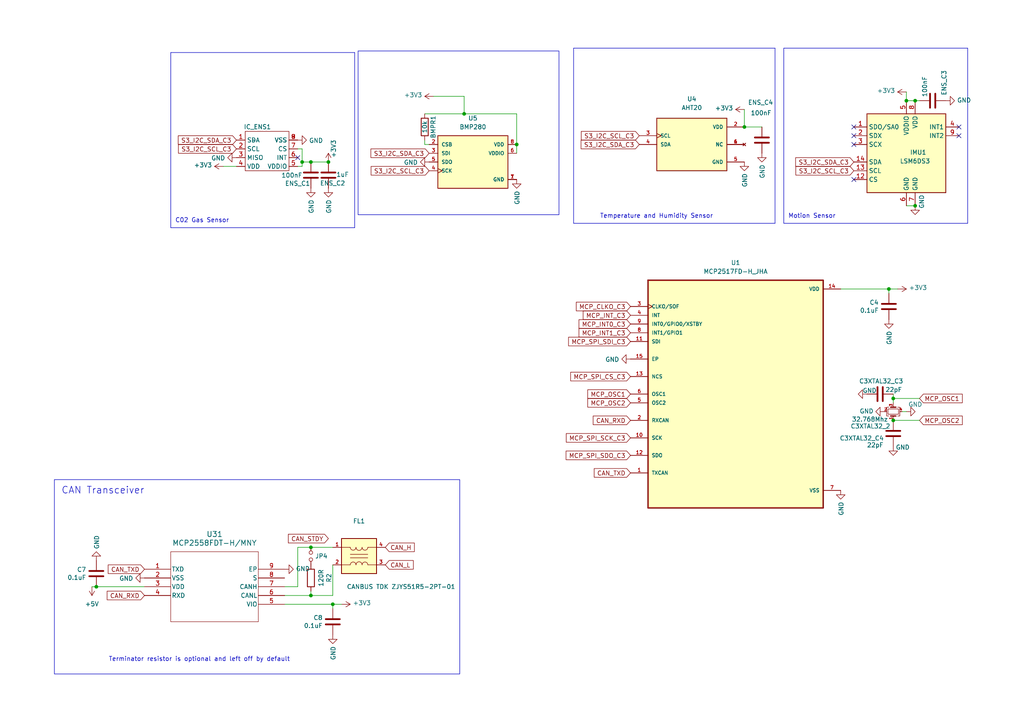
<source format=kicad_sch>
(kicad_sch
	(version 20240101)
	(generator "eeschema")
	(generator_version "8.99")
	(uuid "63ac02d9-df52-49d6-bf40-d68ede45c647")
	(paper "A4")
	(title_block
		(title "OPEN ECU : CAN & Fingerprint ID")
		(date "2023-12-14")
		(rev "12-2023")
		(company "WWW.AEONLABS.SCIENCE")
		(comment 1 "https://github.com/aeonSolutions/AeonLabs-AI-Volvo-MKII-Open-Hardware")
		(comment 2 "Creative Commons Share alike non commercial")
	)
	(lib_symbols
		(symbol "AeonLabs_IC:MCP2517FD-H_JHA"
			(pin_names
				(offset 1.016)
			)
			(exclude_from_sim no)
			(in_bom yes)
			(on_board yes)
			(property "Reference" "U"
				(at -25.4 34.02 0)
				(effects
					(font
						(size 1.27 1.27)
					)
					(justify left bottom)
				)
			)
			(property "Value" "MCP2517FD-H_JHA"
				(at -25.4 -37.02 0)
				(effects
					(font
						(size 1.27 1.27)
					)
					(justify left bottom)
				)
			)
			(property "Footprint" "AeonLabs_IC:MCP2517FD CAN Controller"
				(at 0.508 44.958 0)
				(effects
					(font
						(size 1.27 1.27)
					)
					(justify bottom)
					(hide yes)
				)
			)
			(property "Datasheet" ""
				(at 0.508 44.958 0)
				(effects
					(font
						(size 1.27 1.27)
					)
					(hide yes)
				)
			)
			(property "Description" ""
				(at 0.508 44.958 0)
				(effects
					(font
						(size 1.27 1.27)
					)
					(hide yes)
				)
			)
			(property "MF" "Microchip"
				(at 0.508 44.958 0)
				(effects
					(font
						(size 1.27 1.27)
					)
					(justify bottom)
					(hide yes)
				)
			)
			(property "Description_1" "\nCANbus Controller CAN 2.0 SPI Interface 14-VDFN (4.5x3)\n"
				(at 0.508 44.958 0)
				(effects
					(font
						(size 1.27 1.27)
					)
					(justify bottom)
					(hide yes)
				)
			)
			(property "Package" "VDFN-14 Microchip Technology"
				(at 0.508 44.958 0)
				(effects
					(font
						(size 1.27 1.27)
					)
					(justify bottom)
					(hide yes)
				)
			)
			(property "Price" "None"
				(at 0.508 44.958 0)
				(effects
					(font
						(size 1.27 1.27)
					)
					(justify bottom)
					(hide yes)
				)
			)
			(property "Check_prices" "https://www.snapeda.com/parts/MCP2517FD-H/JHA/Microchip/view-part/?ref=eda"
				(at 0.508 44.958 0)
				(effects
					(font
						(size 1.27 1.27)
					)
					(justify bottom)
					(hide yes)
				)
			)
			(property "SnapEDA_Link" "https://www.snapeda.com/parts/MCP2517FD-H/JHA/Microchip/view-part/?ref=snap"
				(at 0.508 44.958 0)
				(effects
					(font
						(size 1.27 1.27)
					)
					(justify bottom)
					(hide yes)
				)
			)
			(property "MP" "MCP2517FD-H/JHA"
				(at 0.508 44.958 0)
				(effects
					(font
						(size 1.27 1.27)
					)
					(justify bottom)
					(hide yes)
				)
			)
			(property "Availability" "In Stock"
				(at 0.508 44.958 0)
				(effects
					(font
						(size 1.27 1.27)
					)
					(justify bottom)
					(hide yes)
				)
			)
			(property "Manufacturer" "Microchip"
				(at 0.508 44.958 0)
				(effects
					(font
						(size 1.27 1.27)
					)
					(justify bottom)
					(hide yes)
				)
			)
			(symbol "MCP2517FD-H_JHA_0_0"
				(rectangle
					(start -25.4 -33.02)
					(end 25.4 33.02)
					(stroke
						(width 0.41)
						(type default)
					)
					(fill
						(type background)
					)
				)
				(pin bidirectional line
					(at -30.48 -22.86 0)
					(length 5.08)
					(name "TXCAN"
						(effects
							(font
								(size 1.016 1.016)
							)
						)
					)
					(number "1"
						(effects
							(font
								(size 1.016 1.016)
							)
						)
					)
				)
				(pin bidirectional line
					(at -30.48 -12.7 0)
					(length 5.08)
					(name "SCK"
						(effects
							(font
								(size 1.016 1.016)
							)
						)
					)
					(number "10"
						(effects
							(font
								(size 1.016 1.016)
							)
						)
					)
				)
				(pin input line
					(at -30.48 15.24 0)
					(length 5.08)
					(name "SDI"
						(effects
							(font
								(size 1.016 1.016)
							)
						)
					)
					(number "11"
						(effects
							(font
								(size 1.016 1.016)
							)
						)
					)
				)
				(pin bidirectional line
					(at -30.48 -17.78 0)
					(length 5.08)
					(name "SDO"
						(effects
							(font
								(size 1.016 1.016)
							)
						)
					)
					(number "12"
						(effects
							(font
								(size 1.016 1.016)
							)
						)
					)
				)
				(pin bidirectional line
					(at -30.48 5.08 0)
					(length 5.08)
					(name "NCS"
						(effects
							(font
								(size 1.016 1.016)
							)
						)
					)
					(number "13"
						(effects
							(font
								(size 1.016 1.016)
							)
						)
					)
				)
				(pin power_in line
					(at 30.48 30.48 180)
					(length 5.08)
					(name "VDD"
						(effects
							(font
								(size 1.016 1.016)
							)
						)
					)
					(number "14"
						(effects
							(font
								(size 1.016 1.016)
							)
						)
					)
				)
				(pin bidirectional line
					(at -30.48 10.16 0)
					(length 5.08)
					(name "EP"
						(effects
							(font
								(size 1.016 1.016)
							)
						)
					)
					(number "15"
						(effects
							(font
								(size 1.016 1.016)
							)
						)
					)
				)
				(pin bidirectional line
					(at -30.48 -7.62 0)
					(length 5.08)
					(name "RXCAN"
						(effects
							(font
								(size 1.016 1.016)
							)
						)
					)
					(number "2"
						(effects
							(font
								(size 1.016 1.016)
							)
						)
					)
				)
				(pin input clock
					(at -30.48 25.4 0)
					(length 5.08)
					(name "CLKO/SOF"
						(effects
							(font
								(size 1.016 1.016)
							)
						)
					)
					(number "3"
						(effects
							(font
								(size 1.016 1.016)
							)
						)
					)
				)
				(pin input line
					(at -30.48 22.86 0)
					(length 5.08)
					(name "INT"
						(effects
							(font
								(size 1.016 1.016)
							)
						)
					)
					(number "4"
						(effects
							(font
								(size 1.016 1.016)
							)
						)
					)
				)
				(pin bidirectional line
					(at -30.48 -2.54 0)
					(length 5.08)
					(name "OSC2"
						(effects
							(font
								(size 1.016 1.016)
							)
						)
					)
					(number "5"
						(effects
							(font
								(size 1.016 1.016)
							)
						)
					)
				)
				(pin bidirectional line
					(at -30.48 0 0)
					(length 5.08)
					(name "OSC1"
						(effects
							(font
								(size 1.016 1.016)
							)
						)
					)
					(number "6"
						(effects
							(font
								(size 1.016 1.016)
							)
						)
					)
				)
				(pin power_in line
					(at 30.48 -27.94 180)
					(length 5.08)
					(name "VSS"
						(effects
							(font
								(size 1.016 1.016)
							)
						)
					)
					(number "7"
						(effects
							(font
								(size 1.016 1.016)
							)
						)
					)
				)
				(pin input line
					(at -30.48 17.78 0)
					(length 5.08)
					(name "INT1/GPIO1"
						(effects
							(font
								(size 1.016 1.016)
							)
						)
					)
					(number "8"
						(effects
							(font
								(size 1.016 1.016)
							)
						)
					)
				)
				(pin input line
					(at -30.48 20.32 0)
					(length 5.08)
					(name "INT0/GPIO0/XSTBY"
						(effects
							(font
								(size 1.016 1.016)
							)
						)
					)
					(number "9"
						(effects
							(font
								(size 1.016 1.016)
							)
						)
					)
				)
			)
		)
		(symbol "AeonLabs_IC:MCP2558FDT-H_MNY"
			(pin_names
				(offset 0.254)
			)
			(exclude_from_sim no)
			(in_bom yes)
			(on_board yes)
			(property "Reference" "U"
				(at 20.32 10.16 0)
				(effects
					(font
						(size 1.524 1.524)
					)
				)
			)
			(property "Value" "MCP2558FDT-H/MNY"
				(at 20.32 7.62 0)
				(effects
					(font
						(size 1.524 1.524)
					)
				)
			)
			(property "Footprint" "AeonLabs_IC:MCP2558FD CAN Transceiver"
				(at 18.034 23.622 0)
				(effects
					(font
						(size 1.27 1.27)
						(italic yes)
					)
					(hide yes)
				)
			)
			(property "Datasheet" "MCP2558FDT-H/MNY"
				(at 16.002 17.78 0)
				(effects
					(font
						(size 1.27 1.27)
						(italic yes)
					)
					(hide yes)
				)
			)
			(property "Description" ""
				(at 0 0 0)
				(effects
					(font
						(size 1.27 1.27)
					)
					(hide yes)
				)
			)
			(property "ki_keywords" "MCP2558FDT-H/MNY"
				(at 0 0 0)
				(effects
					(font
						(size 1.27 1.27)
					)
					(hide yes)
				)
			)
			(property "ki_fp_filters" "TDFN8_MNY_MCH TDFN8_MNY_MCH-M TDFN8_MNY_MCH-L"
				(at 0 0 0)
				(effects
					(font
						(size 1.27 1.27)
					)
					(hide yes)
				)
			)
			(symbol "MCP2558FDT-H_MNY_0_1"
				(polyline
					(pts
						(xy 7.62 -15.24) (xy 33.02 -15.24)
					)
					(stroke
						(width 0.127)
						(type default)
					)
					(fill
						(type none)
					)
				)
				(polyline
					(pts
						(xy 7.62 5.08) (xy 7.62 -15.24)
					)
					(stroke
						(width 0.127)
						(type default)
					)
					(fill
						(type none)
					)
				)
				(polyline
					(pts
						(xy 33.02 -15.24) (xy 33.02 5.08)
					)
					(stroke
						(width 0.127)
						(type default)
					)
					(fill
						(type none)
					)
				)
				(polyline
					(pts
						(xy 33.02 5.08) (xy 7.62 5.08)
					)
					(stroke
						(width 0.127)
						(type default)
					)
					(fill
						(type none)
					)
				)
				(pin input line
					(at 0 0 0)
					(length 7.62)
					(name "TXD"
						(effects
							(font
								(size 1.27 1.27)
							)
						)
					)
					(number "1"
						(effects
							(font
								(size 1.27 1.27)
							)
						)
					)
				)
				(pin power_out line
					(at 0 -2.54 0)
					(length 7.62)
					(name "VSS"
						(effects
							(font
								(size 1.27 1.27)
							)
						)
					)
					(number "2"
						(effects
							(font
								(size 1.27 1.27)
							)
						)
					)
				)
				(pin power_in line
					(at 0 -5.08 0)
					(length 7.62)
					(name "VDD"
						(effects
							(font
								(size 1.27 1.27)
							)
						)
					)
					(number "3"
						(effects
							(font
								(size 1.27 1.27)
							)
						)
					)
				)
				(pin output line
					(at 0 -7.62 0)
					(length 7.62)
					(name "RXD"
						(effects
							(font
								(size 1.27 1.27)
							)
						)
					)
					(number "4"
						(effects
							(font
								(size 1.27 1.27)
							)
						)
					)
				)
				(pin power_in line
					(at 40.64 -10.16 180)
					(length 7.62)
					(name "VIO"
						(effects
							(font
								(size 1.27 1.27)
							)
						)
					)
					(number "5"
						(effects
							(font
								(size 1.27 1.27)
							)
						)
					)
				)
				(pin output line
					(at 40.64 -7.62 180)
					(length 7.62)
					(name "CANL"
						(effects
							(font
								(size 1.27 1.27)
							)
						)
					)
					(number "6"
						(effects
							(font
								(size 1.27 1.27)
							)
						)
					)
				)
				(pin output line
					(at 40.64 -5.08 180)
					(length 7.62)
					(name "CANH"
						(effects
							(font
								(size 1.27 1.27)
							)
						)
					)
					(number "7"
						(effects
							(font
								(size 1.27 1.27)
							)
						)
					)
				)
				(pin input line
					(at 40.64 -2.54 180)
					(length 7.62)
					(name "S"
						(effects
							(font
								(size 1.27 1.27)
							)
						)
					)
					(number "8"
						(effects
							(font
								(size 1.27 1.27)
							)
						)
					)
				)
				(pin power_out line
					(at 40.64 0 180)
					(length 7.62)
					(name "EP"
						(effects
							(font
								(size 1.27 1.27)
							)
						)
					)
					(number "9"
						(effects
							(font
								(size 1.27 1.27)
							)
						)
					)
				)
			)
		)
		(symbol "AeonLabs_Power:CANBUS TDK ZJYS51R5-2PT-01"
			(pin_names
				(offset 1.016)
			)
			(exclude_from_sim no)
			(in_bom yes)
			(on_board yes)
			(property "Reference" "FL"
				(at -5.0836 5.5919 0)
				(effects
					(font
						(size 1.27 1.27)
					)
					(justify left bottom)
				)
			)
			(property "Value" "CANBUS TDK ZJYS51R5-2PT-01"
				(at -5.086 -7.1204 0)
				(effects
					(font
						(size 1.27 1.27)
					)
					(justify left bottom)
				)
			)
			(property "Footprint" "AeonLabs_Components:TDK ZJYS  CANBUS"
				(at -0.254 16.764 0)
				(effects
					(font
						(size 1.27 1.27)
					)
					(justify bottom)
					(hide yes)
				)
			)
			(property "Datasheet" ""
				(at 0 0 0)
				(effects
					(font
						(size 1.27 1.27)
					)
					(hide yes)
				)
			)
			(property "Description" ""
				(at 0 0 0)
				(effects
					(font
						(size 1.27 1.27)
					)
					(hide yes)
				)
			)
			(property "MF" "TDK"
				(at 10.922 13.97 0)
				(effects
					(font
						(size 1.27 1.27)
					)
					(justify bottom)
					(hide yes)
				)
			)
			(property "Description_1" "\n2 Line Common Mode Choke Surface Mount 200 Ohms @ 100 MHz 2A DCR 120mOhm\n"
				(at -0.254 16.764 0)
				(effects
					(font
						(size 1.27 1.27)
					)
					(justify bottom)
					(hide yes)
				)
			)
			(property "Package" "Horizontal-4 TDK"
				(at -2.032 12.954 0)
				(effects
					(font
						(size 1.27 1.27)
					)
					(justify bottom)
					(hide yes)
				)
			)
			(property "Price" "None"
				(at -1.27 12.192 0)
				(effects
					(font
						(size 1.27 1.27)
					)
					(justify bottom)
					(hide yes)
				)
			)
			(property "Check_prices" "https://www.snapeda.com/parts/ZJYS51R5-2PT-01/TDK/view-part/?ref=eda"
				(at -0.254 16.764 0)
				(effects
					(font
						(size 1.27 1.27)
					)
					(justify bottom)
					(hide yes)
				)
			)
			(property "STANDARD" "Manufacturer Recommendations"
				(at -1.524 19.812 0)
				(effects
					(font
						(size 1.27 1.27)
					)
					(justify bottom)
					(hide yes)
				)
			)
			(property "SnapEDA_Link" "https://www.snapeda.com/parts/ZJYS51R5-2PT-01/TDK/view-part/?ref=snap"
				(at -0.254 16.764 0)
				(effects
					(font
						(size 1.27 1.27)
					)
					(justify bottom)
					(hide yes)
				)
			)
			(property "MP" "ZJYS51R5-2PT-01"
				(at -1.27 12.192 0)
				(effects
					(font
						(size 1.27 1.27)
					)
					(justify bottom)
					(hide yes)
				)
			)
			(property "Availability" "In Stock"
				(at 11.684 13.462 0)
				(effects
					(font
						(size 1.27 1.27)
					)
					(justify bottom)
					(hide yes)
				)
			)
			(property "MANUFACTURER" "TDK CORPORATION"
				(at -3.048 14.732 0)
				(effects
					(font
						(size 1.27 1.27)
					)
					(justify bottom)
					(hide yes)
				)
			)
			(symbol "CANBUS TDK ZJYS51R5-2PT-01_0_0"
				(rectangle
					(start -5.08 5.08)
					(end 5.08 -5.08)
					(stroke
						(width 0.254)
						(type default)
					)
					(fill
						(type background)
					)
				)
				(arc
					(start -2.54 2.54)
					(mid -1.7145 1.7181)
					(end -0.889 2.54)
					(stroke
						(width 0.1524)
						(type default)
					)
					(fill
						(type none)
					)
				)
				(arc
					(start -0.889 -2.54)
					(mid -1.7145 -1.7181)
					(end -2.54 -2.54)
					(stroke
						(width 0.1524)
						(type default)
					)
					(fill
						(type none)
					)
				)
				(arc
					(start -0.889 2.54)
					(mid 0 1.6548)
					(end 0.889 2.54)
					(stroke
						(width 0.1524)
						(type default)
					)
					(fill
						(type none)
					)
				)
				(polyline
					(pts
						(xy -2.54 -2.54) (xy -5.08 -2.54)
					)
					(stroke
						(width 0.1524)
						(type default)
					)
					(fill
						(type none)
					)
				)
				(polyline
					(pts
						(xy -2.54 -0.508) (xy 2.54 -0.508)
					)
					(stroke
						(width 0.1524)
						(type default)
					)
					(fill
						(type none)
					)
				)
				(polyline
					(pts
						(xy -2.54 0.508) (xy 2.54 0.508)
					)
					(stroke
						(width 0.1524)
						(type default)
					)
					(fill
						(type none)
					)
				)
				(polyline
					(pts
						(xy -2.54 2.54) (xy -5.08 2.54)
					)
					(stroke
						(width 0.1524)
						(type default)
					)
					(fill
						(type none)
					)
				)
				(polyline
					(pts
						(xy 2.54 -2.54) (xy 5.08 -2.54)
					)
					(stroke
						(width 0.1524)
						(type default)
					)
					(fill
						(type none)
					)
				)
				(polyline
					(pts
						(xy 2.54 2.54) (xy 5.08 2.54)
					)
					(stroke
						(width 0.1524)
						(type default)
					)
					(fill
						(type none)
					)
				)
				(arc
					(start 0.889 -2.54)
					(mid 0 -1.6548)
					(end -0.889 -2.54)
					(stroke
						(width 0.1524)
						(type default)
					)
					(fill
						(type none)
					)
				)
				(arc
					(start 0.889 2.54)
					(mid 1.7145 1.7181)
					(end 2.54 2.54)
					(stroke
						(width 0.1524)
						(type default)
					)
					(fill
						(type none)
					)
				)
				(arc
					(start 2.54 -2.54)
					(mid 1.7145 -1.7181)
					(end 0.889 -2.54)
					(stroke
						(width 0.1524)
						(type default)
					)
					(fill
						(type none)
					)
				)
				(pin passive line
					(at -7.62 2.54 0)
					(length 2.54)
					(name "~"
						(effects
							(font
								(size 1.016 1.016)
							)
						)
					)
					(number "1"
						(effects
							(font
								(size 1.016 1.016)
							)
						)
					)
				)
				(pin passive line
					(at -7.62 -2.54 0)
					(length 2.54)
					(name "~"
						(effects
							(font
								(size 1.016 1.016)
							)
						)
					)
					(number "2"
						(effects
							(font
								(size 1.016 1.016)
							)
						)
					)
				)
				(pin passive line
					(at 7.62 -2.54 180)
					(length 2.54)
					(name "~"
						(effects
							(font
								(size 1.016 1.016)
							)
						)
					)
					(number "3"
						(effects
							(font
								(size 1.016 1.016)
							)
						)
					)
				)
				(pin passive line
					(at 7.62 2.54 180)
					(length 2.54)
					(name "~"
						(effects
							(font
								(size 1.016 1.016)
							)
						)
					)
					(number "4"
						(effects
							(font
								(size 1.016 1.016)
							)
						)
					)
				)
			)
		)
		(symbol "AeonLabs_Sensors:BMP280"
			(pin_names
				(offset 1.016)
			)
			(exclude_from_sim no)
			(in_bom yes)
			(on_board yes)
			(property "Reference" "U"
				(at -10.1796 7.6347 0)
				(effects
					(font
						(size 1.27 1.27)
					)
					(justify left bottom)
				)
			)
			(property "Value" "BMP280"
				(at -10.1693 -10.1693 0)
				(effects
					(font
						(size 1.27 1.27)
					)
					(justify left bottom)
				)
			)
			(property "Footprint" "AeonLabs_Sensors:XDCR_BMP280"
				(at 0 0 0)
				(effects
					(font
						(size 1.27 1.27)
					)
					(justify bottom)
					(hide yes)
				)
			)
			(property "Datasheet" ""
				(at 0 0 0)
				(effects
					(font
						(size 1.27 1.27)
					)
					(hide yes)
				)
			)
			(property "Description" "\nPressure Sensor 4.35PSI ~ 15.95PSI (30kPa ~ 110kPa) Absolute - 16b 8-SMD\n"
				(at 0 0 0)
				(effects
					(font
						(size 1.27 1.27)
					)
					(justify bottom)
					(hide yes)
				)
			)
			(property "MF" "Bosch"
				(at 0 0 0)
				(effects
					(font
						(size 1.27 1.27)
					)
					(justify bottom)
					(hide yes)
				)
			)
			(property "Package" "SMD-8 Bosch Sensortec"
				(at 0 0 0)
				(effects
					(font
						(size 1.27 1.27)
					)
					(justify bottom)
					(hide yes)
				)
			)
			(property "Price" "None"
				(at 0 0 0)
				(effects
					(font
						(size 1.27 1.27)
					)
					(justify bottom)
					(hide yes)
				)
			)
			(property "Check_prices" "https://www.snapeda.com/parts/BMP280/Bosch+Sensortec/view-part/?ref=eda"
				(at 0 0 0)
				(effects
					(font
						(size 1.27 1.27)
					)
					(justify bottom)
					(hide yes)
				)
			)
			(property "PART_REV" "1.19"
				(at 0 0 0)
				(effects
					(font
						(size 1.27 1.27)
					)
					(justify bottom)
					(hide yes)
				)
			)
			(property "STANDARD" "MANUFACTURER RECOMMENDATIONS"
				(at 0 0 0)
				(effects
					(font
						(size 1.27 1.27)
					)
					(justify bottom)
					(hide yes)
				)
			)
			(property "SnapEDA_Link" "https://www.snapeda.com/parts/BMP280/Bosch+Sensortec/view-part/?ref=snap"
				(at 0 0 0)
				(effects
					(font
						(size 1.27 1.27)
					)
					(justify bottom)
					(hide yes)
				)
			)
			(property "MP" "BMP280"
				(at 0 0 0)
				(effects
					(font
						(size 1.27 1.27)
					)
					(justify bottom)
					(hide yes)
				)
			)
			(property "Purchase-URL" "https://pricing.snapeda.com/search?q=BMP280&ref=eda"
				(at 0 0 0)
				(effects
					(font
						(size 1.27 1.27)
					)
					(justify bottom)
					(hide yes)
				)
			)
			(property "Availability" "In Stock"
				(at 0 0 0)
				(effects
					(font
						(size 1.27 1.27)
					)
					(justify bottom)
					(hide yes)
				)
			)
			(property "MANUFACTURER" "Bosch"
				(at 0 0 0)
				(effects
					(font
						(size 1.27 1.27)
					)
					(justify bottom)
					(hide yes)
				)
			)
			(symbol "BMP280_0_0"
				(rectangle
					(start -10.16 -7.62)
					(end 10.16 7.62)
					(stroke
						(width 0.254)
						(type default)
					)
					(fill
						(type background)
					)
				)
				(pin power_in line
					(at 12.7 -5.08 180)
					(length 2.54)
					(name "GND"
						(effects
							(font
								(size 1.016 1.016)
							)
						)
					)
					(number "1"
						(effects
							(font
								(size 1.016 1.016)
							)
						)
					)
				)
				(pin input line
					(at -12.7 5.08 0)
					(length 2.54)
					(name "CSB"
						(effects
							(font
								(size 1.016 1.016)
							)
						)
					)
					(number "2"
						(effects
							(font
								(size 1.016 1.016)
							)
						)
					)
				)
				(pin bidirectional line
					(at -12.7 2.54 0)
					(length 2.54)
					(name "SDI"
						(effects
							(font
								(size 1.016 1.016)
							)
						)
					)
					(number "3"
						(effects
							(font
								(size 1.016 1.016)
							)
						)
					)
				)
				(pin input clock
					(at -12.7 -2.54 0)
					(length 2.54)
					(name "SCK"
						(effects
							(font
								(size 1.016 1.016)
							)
						)
					)
					(number "4"
						(effects
							(font
								(size 1.016 1.016)
							)
						)
					)
				)
				(pin bidirectional line
					(at -12.7 0 0)
					(length 2.54)
					(name "SDO"
						(effects
							(font
								(size 1.016 1.016)
							)
						)
					)
					(number "5"
						(effects
							(font
								(size 1.016 1.016)
							)
						)
					)
				)
				(pin power_in line
					(at 12.7 2.54 180)
					(length 2.54)
					(name "VDDIO"
						(effects
							(font
								(size 1.016 1.016)
							)
						)
					)
					(number "6"
						(effects
							(font
								(size 1.016 1.016)
							)
						)
					)
				)
				(pin power_in line
					(at 12.7 -5.08 180)
					(length 2.54)
					(name "GND"
						(effects
							(font
								(size 1.016 1.016)
							)
						)
					)
					(number "7"
						(effects
							(font
								(size 1.016 1.016)
							)
						)
					)
				)
				(pin power_in line
					(at 12.7 5.08 180)
					(length 2.54)
					(name "VDD"
						(effects
							(font
								(size 1.016 1.016)
							)
						)
					)
					(number "8"
						(effects
							(font
								(size 1.016 1.016)
							)
						)
					)
				)
			)
		)
		(symbol "AeonLabs_Sensors:ENS160_Gas_Sensor"
			(exclude_from_sim no)
			(in_bom yes)
			(on_board yes)
			(property "Reference" "IC_ENS"
				(at -3.81 6.35 0)
				(effects
					(font
						(size 1.27 1.27)
					)
				)
			)
			(property "Value" ""
				(at -3.81 2.54 0)
				(effects
					(font
						(size 1.27 1.27)
					)
				)
			)
			(property "Footprint" "AeonLabs_Sensors:ENS160 Gas Semsor"
				(at -3.81 2.54 0)
				(effects
					(font
						(size 1.27 1.27)
					)
					(hide yes)
				)
			)
			(property "Datasheet" ""
				(at -3.81 2.54 0)
				(effects
					(font
						(size 1.27 1.27)
					)
					(hide yes)
				)
			)
			(property "Description" ""
				(at 0 0 0)
				(effects
					(font
						(size 1.27 1.27)
					)
					(hide yes)
				)
			)
			(symbol "ENS160_Gas_Sensor_0_1"
				(rectangle
					(start -6.35 5.08)
					(end 6.35 -6.35)
					(stroke
						(width 0)
						(type default)
					)
					(fill
						(type none)
					)
				)
			)
			(symbol "ENS160_Gas_Sensor_1_1"
				(pin bidirectional line
					(at -8.89 2.54 0)
					(length 2.54)
					(name "SDA"
						(effects
							(font
								(size 1.27 1.27)
							)
						)
					)
					(number "1"
						(effects
							(font
								(size 1.27 1.27)
							)
						)
					)
				)
				(pin input line
					(at -8.89 0 0)
					(length 2.54)
					(name "SCL"
						(effects
							(font
								(size 1.27 1.27)
							)
						)
					)
					(number "2"
						(effects
							(font
								(size 1.27 1.27)
							)
						)
					)
				)
				(pin bidirectional line
					(at -8.89 -2.54 0)
					(length 2.54)
					(name "MISO"
						(effects
							(font
								(size 1.27 1.27)
							)
						)
					)
					(number "3"
						(effects
							(font
								(size 1.27 1.27)
							)
						)
					)
				)
				(pin power_in line
					(at -8.89 -5.08 0)
					(length 2.54)
					(name "VDD"
						(effects
							(font
								(size 1.27 1.27)
							)
						)
					)
					(number "4"
						(effects
							(font
								(size 1.27 1.27)
							)
						)
					)
				)
				(pin power_in line
					(at 8.89 -5.08 180)
					(length 2.54)
					(name "VDDIO"
						(effects
							(font
								(size 1.27 1.27)
							)
						)
					)
					(number "5"
						(effects
							(font
								(size 1.27 1.27)
							)
						)
					)
				)
				(pin output line
					(at 8.89 -2.54 180)
					(length 2.54)
					(name "INT"
						(effects
							(font
								(size 1.27 1.27)
							)
						)
					)
					(number "6"
						(effects
							(font
								(size 1.27 1.27)
							)
						)
					)
				)
				(pin input line
					(at 8.89 0 180)
					(length 2.54)
					(name "CS"
						(effects
							(font
								(size 1.27 1.27)
							)
						)
					)
					(number "7"
						(effects
							(font
								(size 1.27 1.27)
							)
						)
					)
				)
				(pin power_out line
					(at 8.89 2.54 180)
					(length 2.54)
					(name "VSS"
						(effects
							(font
								(size 1.27 1.27)
							)
						)
					)
					(number "8"
						(effects
							(font
								(size 1.27 1.27)
							)
						)
					)
				)
				(pin power_out line
					(at 8.89 2.54 180)
					(length 2.54)
					(name "VSS"
						(effects
							(font
								(size 1.27 1.27)
							)
						)
					)
					(number "9"
						(effects
							(font
								(size 1.27 1.27)
							)
						)
					)
				)
			)
		)
		(symbol "Device:C"
			(pin_numbers hide)
			(pin_names
				(offset 0.254)
			)
			(exclude_from_sim no)
			(in_bom yes)
			(on_board yes)
			(property "Reference" "C"
				(at 0.635 2.54 0)
				(effects
					(font
						(size 1.27 1.27)
					)
					(justify left)
				)
			)
			(property "Value" "C"
				(at 0.635 -2.54 0)
				(effects
					(font
						(size 1.27 1.27)
					)
					(justify left)
				)
			)
			(property "Footprint" ""
				(at 0.9652 -3.81 0)
				(effects
					(font
						(size 1.27 1.27)
					)
					(hide yes)
				)
			)
			(property "Datasheet" "~"
				(at 0 0 0)
				(effects
					(font
						(size 1.27 1.27)
					)
					(hide yes)
				)
			)
			(property "Description" "Unpolarized capacitor"
				(at 0 0 0)
				(effects
					(font
						(size 1.27 1.27)
					)
					(hide yes)
				)
			)
			(property "ki_keywords" "cap capacitor"
				(at 0 0 0)
				(effects
					(font
						(size 1.27 1.27)
					)
					(hide yes)
				)
			)
			(property "ki_fp_filters" "C_*"
				(at 0 0 0)
				(effects
					(font
						(size 1.27 1.27)
					)
					(hide yes)
				)
			)
			(symbol "C_0_1"
				(polyline
					(pts
						(xy -2.032 -0.762) (xy 2.032 -0.762)
					)
					(stroke
						(width 0.508)
						(type default)
					)
					(fill
						(type none)
					)
				)
				(polyline
					(pts
						(xy -2.032 0.762) (xy 2.032 0.762)
					)
					(stroke
						(width 0.508)
						(type default)
					)
					(fill
						(type none)
					)
				)
			)
			(symbol "C_1_1"
				(pin passive line
					(at 0 3.81 270)
					(length 2.794)
					(name "~"
						(effects
							(font
								(size 1.27 1.27)
							)
						)
					)
					(number "1"
						(effects
							(font
								(size 1.27 1.27)
							)
						)
					)
				)
				(pin passive line
					(at 0 -3.81 90)
					(length 2.794)
					(name "~"
						(effects
							(font
								(size 1.27 1.27)
							)
						)
					)
					(number "2"
						(effects
							(font
								(size 1.27 1.27)
							)
						)
					)
				)
			)
		)
		(symbol "Device:Crystal_GND24_Small"
			(pin_names
				(offset 1.016) hide)
			(exclude_from_sim no)
			(in_bom yes)
			(on_board yes)
			(property "Reference" "Y"
				(at 1.27 4.445 0)
				(effects
					(font
						(size 1.27 1.27)
					)
					(justify left)
				)
			)
			(property "Value" "Crystal_GND24_Small"
				(at 1.27 2.54 0)
				(effects
					(font
						(size 1.27 1.27)
					)
					(justify left)
				)
			)
			(property "Footprint" ""
				(at 0 0 0)
				(effects
					(font
						(size 1.27 1.27)
					)
					(hide yes)
				)
			)
			(property "Datasheet" "~"
				(at 0 0 0)
				(effects
					(font
						(size 1.27 1.27)
					)
					(hide yes)
				)
			)
			(property "Description" "Four pin crystal, GND on pins 2 and 4, small symbol"
				(at 0 0 0)
				(effects
					(font
						(size 1.27 1.27)
					)
					(hide yes)
				)
			)
			(property "ki_keywords" "quartz ceramic resonator oscillator"
				(at 0 0 0)
				(effects
					(font
						(size 1.27 1.27)
					)
					(hide yes)
				)
			)
			(property "ki_fp_filters" "Crystal*"
				(at 0 0 0)
				(effects
					(font
						(size 1.27 1.27)
					)
					(hide yes)
				)
			)
			(symbol "Crystal_GND24_Small_0_1"
				(rectangle
					(start -0.762 -1.524)
					(end 0.762 1.524)
					(stroke
						(width 0)
						(type default)
					)
					(fill
						(type none)
					)
				)
				(polyline
					(pts
						(xy -1.27 -0.762) (xy -1.27 0.762)
					)
					(stroke
						(width 0.381)
						(type default)
					)
					(fill
						(type none)
					)
				)
				(polyline
					(pts
						(xy 1.27 -0.762) (xy 1.27 0.762)
					)
					(stroke
						(width 0.381)
						(type default)
					)
					(fill
						(type none)
					)
				)
				(polyline
					(pts
						(xy -1.27 -1.27) (xy -1.27 -1.905) (xy 1.27 -1.905) (xy 1.27 -1.27)
					)
					(stroke
						(width 0)
						(type default)
					)
					(fill
						(type none)
					)
				)
				(polyline
					(pts
						(xy -1.27 1.27) (xy -1.27 1.905) (xy 1.27 1.905) (xy 1.27 1.27)
					)
					(stroke
						(width 0)
						(type default)
					)
					(fill
						(type none)
					)
				)
			)
			(symbol "Crystal_GND24_Small_1_1"
				(pin passive line
					(at -2.54 0 0)
					(length 1.27)
					(name "1"
						(effects
							(font
								(size 1.27 1.27)
							)
						)
					)
					(number "1"
						(effects
							(font
								(size 0.762 0.762)
							)
						)
					)
				)
				(pin passive line
					(at 0 -2.54 90)
					(length 0.635)
					(name "2"
						(effects
							(font
								(size 1.27 1.27)
							)
						)
					)
					(number "2"
						(effects
							(font
								(size 0.762 0.762)
							)
						)
					)
				)
				(pin passive line
					(at 2.54 0 180)
					(length 1.27)
					(name "3"
						(effects
							(font
								(size 1.27 1.27)
							)
						)
					)
					(number "3"
						(effects
							(font
								(size 0.762 0.762)
							)
						)
					)
				)
				(pin passive line
					(at 0 2.54 270)
					(length 0.635)
					(name "4"
						(effects
							(font
								(size 1.27 1.27)
							)
						)
					)
					(number "4"
						(effects
							(font
								(size 0.762 0.762)
							)
						)
					)
				)
			)
		)
		(symbol "Device:Jumper_NO_Small"
			(pin_numbers hide)
			(pin_names
				(offset 0.762) hide)
			(exclude_from_sim no)
			(in_bom yes)
			(on_board yes)
			(property "Reference" "JP"
				(at 0 2.032 0)
				(effects
					(font
						(size 1.27 1.27)
					)
				)
			)
			(property "Value" "Device_Jumper_NO_Small"
				(at 0.254 -1.524 0)
				(effects
					(font
						(size 1.27 1.27)
					)
				)
			)
			(property "Footprint" ""
				(at 0 0 0)
				(effects
					(font
						(size 1.27 1.27)
					)
					(hide yes)
				)
			)
			(property "Datasheet" ""
				(at 0 0 0)
				(effects
					(font
						(size 1.27 1.27)
					)
					(hide yes)
				)
			)
			(property "Description" ""
				(at 0 0 0)
				(effects
					(font
						(size 1.27 1.27)
					)
					(hide yes)
				)
			)
			(property "ki_fp_filters" "SolderJumper*Open* Jumper* TestPoint*2Pads* TestPoint*Bridge*"
				(at 0 0 0)
				(effects
					(font
						(size 1.27 1.27)
					)
					(hide yes)
				)
			)
			(symbol "Jumper_NO_Small_0_1"
				(circle
					(center -1.016 0)
					(radius 0.508)
					(stroke
						(width 0)
						(type default)
					)
					(fill
						(type none)
					)
				)
				(circle
					(center 1.016 0)
					(radius 0.508)
					(stroke
						(width 0)
						(type default)
					)
					(fill
						(type none)
					)
				)
				(pin passive line
					(at -2.54 0 0)
					(length 1.016)
					(name "1"
						(effects
							(font
								(size 1.27 1.27)
							)
						)
					)
					(number "1"
						(effects
							(font
								(size 1.27 1.27)
							)
						)
					)
				)
				(pin passive line
					(at 2.54 0 180)
					(length 1.016)
					(name "2"
						(effects
							(font
								(size 1.27 1.27)
							)
						)
					)
					(number "2"
						(effects
							(font
								(size 1.27 1.27)
							)
						)
					)
				)
			)
		)
		(symbol "Device:R"
			(pin_numbers hide)
			(pin_names
				(offset 0)
			)
			(exclude_from_sim no)
			(in_bom yes)
			(on_board yes)
			(property "Reference" "R"
				(at 2.032 0 90)
				(effects
					(font
						(size 1.27 1.27)
					)
				)
			)
			(property "Value" "R"
				(at 0 0 90)
				(effects
					(font
						(size 1.27 1.27)
					)
				)
			)
			(property "Footprint" ""
				(at -1.778 0 90)
				(effects
					(font
						(size 1.27 1.27)
					)
					(hide yes)
				)
			)
			(property "Datasheet" "~"
				(at 0 0 0)
				(effects
					(font
						(size 1.27 1.27)
					)
					(hide yes)
				)
			)
			(property "Description" "Resistor"
				(at 0 0 0)
				(effects
					(font
						(size 1.27 1.27)
					)
					(hide yes)
				)
			)
			(property "ki_keywords" "R res resistor"
				(at 0 0 0)
				(effects
					(font
						(size 1.27 1.27)
					)
					(hide yes)
				)
			)
			(property "ki_fp_filters" "R_*"
				(at 0 0 0)
				(effects
					(font
						(size 1.27 1.27)
					)
					(hide yes)
				)
			)
			(symbol "R_0_1"
				(rectangle
					(start -1.016 -2.54)
					(end 1.016 2.54)
					(stroke
						(width 0.254)
						(type default)
					)
					(fill
						(type none)
					)
				)
			)
			(symbol "R_1_1"
				(pin passive line
					(at 0 3.81 270)
					(length 1.27)
					(name "~"
						(effects
							(font
								(size 1.27 1.27)
							)
						)
					)
					(number "1"
						(effects
							(font
								(size 1.27 1.27)
							)
						)
					)
				)
				(pin passive line
					(at 0 -3.81 90)
					(length 1.27)
					(name "~"
						(effects
							(font
								(size 1.27 1.27)
							)
						)
					)
					(number "2"
						(effects
							(font
								(size 1.27 1.27)
							)
						)
					)
				)
			)
		)
		(symbol "Sensor:AHT20"
			(pin_names
				(offset 1.016)
			)
			(exclude_from_sim no)
			(in_bom yes)
			(on_board yes)
			(property "Reference" "U"
				(at -10.16 8.509 0)
				(effects
					(font
						(size 1.27 1.27)
					)
					(justify left bottom)
				)
			)
			(property "Value" "AHT20"
				(at -10.16 -10.16 0)
				(effects
					(font
						(size 1.27 1.27)
					)
					(justify left bottom)
				)
			)
			(property "Footprint" "Sensor:AHT20 - PSON100P300X300X110-6N"
				(at 0.1016 12.6492 0)
				(effects
					(font
						(size 1.27 1.27)
					)
					(justify bottom)
					(hide yes)
				)
			)
			(property "Datasheet" ""
				(at 0 0 0)
				(effects
					(font
						(size 1.27 1.27)
					)
					(hide yes)
				)
			)
			(property "Description" ""
				(at 0 0 0)
				(effects
					(font
						(size 1.27 1.27)
					)
					(hide yes)
				)
			)
			(property "STANDARD" "IPC 7351B"
				(at 0 10.3124 0)
				(effects
					(font
						(size 1.27 1.27)
					)
					(justify bottom)
					(hide yes)
				)
			)
			(property "MAXIMUM_PACKAGE_HEIGHT" "1.1mm"
				(at 12.954 8.9408 0)
				(effects
					(font
						(size 1.27 1.27)
					)
					(justify bottom)
					(hide yes)
				)
			)
			(property "PARTREV" "V1.0"
				(at 5.4864 8.2296 0)
				(effects
					(font
						(size 1.27 1.27)
					)
					(justify bottom)
					(hide yes)
				)
			)
			(property "MANUFACTURER" "Asair"
				(at -0.3048 8.3312 0)
				(effects
					(font
						(size 1.27 1.27)
					)
					(justify bottom)
					(hide yes)
				)
			)
			(symbol "AHT20_0_0"
				(rectangle
					(start -10.16 -7.62)
					(end 10.16 7.62)
					(stroke
						(width 0.254)
						(type default)
					)
					(fill
						(type background)
					)
				)
				(pin no_connect line
					(at 15.24 0 180)
					(length 5.08)
					(name "NC"
						(effects
							(font
								(size 1.016 1.016)
							)
						)
					)
					(number "1"
						(effects
							(font
								(size 1.016 1.016)
							)
						)
					)
				)
				(pin power_in line
					(at 15.24 5.08 180)
					(length 5.08)
					(name "VDD"
						(effects
							(font
								(size 1.016 1.016)
							)
						)
					)
					(number "2"
						(effects
							(font
								(size 1.016 1.016)
							)
						)
					)
				)
				(pin input clock
					(at -15.24 2.54 0)
					(length 5.08)
					(name "SCL"
						(effects
							(font
								(size 1.016 1.016)
							)
						)
					)
					(number "3"
						(effects
							(font
								(size 1.016 1.016)
							)
						)
					)
				)
				(pin bidirectional line
					(at -15.24 0 0)
					(length 5.08)
					(name "SDA"
						(effects
							(font
								(size 1.016 1.016)
							)
						)
					)
					(number "4"
						(effects
							(font
								(size 1.016 1.016)
							)
						)
					)
				)
				(pin power_in line
					(at 15.24 -5.08 180)
					(length 5.08)
					(name "GND"
						(effects
							(font
								(size 1.016 1.016)
							)
						)
					)
					(number "5"
						(effects
							(font
								(size 1.016 1.016)
							)
						)
					)
				)
				(pin no_connect line
					(at 15.24 0 180)
					(length 5.08)
					(name "NC"
						(effects
							(font
								(size 1.016 1.016)
							)
						)
					)
					(number "6"
						(effects
							(font
								(size 1.016 1.016)
							)
						)
					)
				)
			)
		)
		(symbol "Sensor_Motion:LSM6DS3"
			(exclude_from_sim no)
			(in_bom yes)
			(on_board yes)
			(property "Reference" "U"
				(at -11.43 15.24 0)
				(effects
					(font
						(size 1.27 1.27)
					)
					(justify left)
				)
			)
			(property "Value" "LSM6DS3"
				(at -11.43 12.7 0)
				(effects
					(font
						(size 1.27 1.27)
					)
					(justify left bottom)
				)
			)
			(property "Footprint" "Package_LGA:LGA-14_3x2.5mm_P0.5mm_LayoutBorder3x4y"
				(at -10.16 -17.78 0)
				(effects
					(font
						(size 1.27 1.27)
					)
					(justify left)
					(hide yes)
				)
			)
			(property "Datasheet" "www.st.com/resource/en/datasheet/lsm6ds3.pdf"
				(at 2.54 -16.51 0)
				(effects
					(font
						(size 1.27 1.27)
					)
					(hide yes)
				)
			)
			(property "Description" "I2C/SPI, iNEMO inertial module: always-on 3D accelerometer and 3D gyroscope"
				(at 0 0 0)
				(effects
					(font
						(size 1.27 1.27)
					)
					(hide yes)
				)
			)
			(property "ki_keywords" "Accelerometer Gyroscope MEMS"
				(at 0 0 0)
				(effects
					(font
						(size 1.27 1.27)
					)
					(hide yes)
				)
			)
			(property "ki_fp_filters" "LGA*3x2.5mm*P0.5mm*LayoutBorder3x4y*"
				(at 0 0 0)
				(effects
					(font
						(size 1.27 1.27)
					)
					(hide yes)
				)
			)
			(symbol "LSM6DS3_0_1"
				(rectangle
					(start 11.43 11.43)
					(end -11.43 -11.43)
					(stroke
						(width 0.254)
						(type default)
					)
					(fill
						(type background)
					)
				)
			)
			(symbol "LSM6DS3_1_1"
				(pin bidirectional line
					(at -15.24 7.62 0)
					(length 3.81)
					(name "SDO/SA0"
						(effects
							(font
								(size 1.27 1.27)
							)
						)
					)
					(number "1"
						(effects
							(font
								(size 1.27 1.27)
							)
						)
					)
				)
				(pin no_connect line
					(at 10.16 -5.08 180)
					(length 3.81) hide
					(name "NC"
						(effects
							(font
								(size 1.27 1.27)
							)
						)
					)
					(number "10"
						(effects
							(font
								(size 1.27 1.27)
							)
						)
					)
				)
				(pin no_connect line
					(at 10.16 -2.54 180)
					(length 3.81) hide
					(name "NC"
						(effects
							(font
								(size 1.27 1.27)
							)
						)
					)
					(number "11"
						(effects
							(font
								(size 1.27 1.27)
							)
						)
					)
				)
				(pin input line
					(at -15.24 -7.62 0)
					(length 3.81)
					(name "CS"
						(effects
							(font
								(size 1.27 1.27)
							)
						)
					)
					(number "12"
						(effects
							(font
								(size 1.27 1.27)
							)
						)
					)
				)
				(pin input line
					(at -15.24 -5.08 0)
					(length 3.81)
					(name "SCL"
						(effects
							(font
								(size 1.27 1.27)
							)
						)
					)
					(number "13"
						(effects
							(font
								(size 1.27 1.27)
							)
						)
					)
				)
				(pin bidirectional line
					(at -15.24 -2.54 0)
					(length 3.81)
					(name "SDA"
						(effects
							(font
								(size 1.27 1.27)
							)
						)
					)
					(number "14"
						(effects
							(font
								(size 1.27 1.27)
							)
						)
					)
				)
				(pin bidirectional line
					(at -15.24 5.08 0)
					(length 3.81)
					(name "SDX"
						(effects
							(font
								(size 1.27 1.27)
							)
						)
					)
					(number "2"
						(effects
							(font
								(size 1.27 1.27)
							)
						)
					)
				)
				(pin input line
					(at -15.24 2.54 0)
					(length 3.81)
					(name "SCX"
						(effects
							(font
								(size 1.27 1.27)
							)
						)
					)
					(number "3"
						(effects
							(font
								(size 1.27 1.27)
							)
						)
					)
				)
				(pin output line
					(at 15.24 7.62 180)
					(length 3.81)
					(name "INT1"
						(effects
							(font
								(size 1.27 1.27)
							)
						)
					)
					(number "4"
						(effects
							(font
								(size 1.27 1.27)
							)
						)
					)
				)
				(pin power_in line
					(at 0 15.24 270)
					(length 3.81)
					(name "VDDIO"
						(effects
							(font
								(size 1.27 1.27)
							)
						)
					)
					(number "5"
						(effects
							(font
								(size 1.27 1.27)
							)
						)
					)
				)
				(pin power_in line
					(at 0 -15.24 90)
					(length 3.81)
					(name "GND"
						(effects
							(font
								(size 1.27 1.27)
							)
						)
					)
					(number "6"
						(effects
							(font
								(size 1.27 1.27)
							)
						)
					)
				)
				(pin power_in line
					(at 2.54 -15.24 90)
					(length 3.81)
					(name "GND"
						(effects
							(font
								(size 1.27 1.27)
							)
						)
					)
					(number "7"
						(effects
							(font
								(size 1.27 1.27)
							)
						)
					)
				)
				(pin power_in line
					(at 2.54 15.24 270)
					(length 3.81)
					(name "VDD"
						(effects
							(font
								(size 1.27 1.27)
							)
						)
					)
					(number "8"
						(effects
							(font
								(size 1.27 1.27)
							)
						)
					)
				)
				(pin output line
					(at 15.24 5.08 180)
					(length 3.81)
					(name "INT2"
						(effects
							(font
								(size 1.27 1.27)
							)
						)
					)
					(number "9"
						(effects
							(font
								(size 1.27 1.27)
							)
						)
					)
				)
			)
		)
		(symbol "power:+3V3"
			(power)
			(pin_names
				(offset 0)
			)
			(exclude_from_sim no)
			(in_bom yes)
			(on_board yes)
			(property "Reference" "#PWR"
				(at 0 -3.81 0)
				(effects
					(font
						(size 1.27 1.27)
					)
					(hide yes)
				)
			)
			(property "Value" "+3V3"
				(at 0 3.556 0)
				(effects
					(font
						(size 1.27 1.27)
					)
				)
			)
			(property "Footprint" ""
				(at 0 0 0)
				(effects
					(font
						(size 1.27 1.27)
					)
					(hide yes)
				)
			)
			(property "Datasheet" ""
				(at 0 0 0)
				(effects
					(font
						(size 1.27 1.27)
					)
					(hide yes)
				)
			)
			(property "Description" "Power symbol creates a global label with name \"+3V3\""
				(at 0 0 0)
				(effects
					(font
						(size 1.27 1.27)
					)
					(hide yes)
				)
			)
			(property "ki_keywords" "power-flag"
				(at 0 0 0)
				(effects
					(font
						(size 1.27 1.27)
					)
					(hide yes)
				)
			)
			(symbol "+3V3_0_1"
				(polyline
					(pts
						(xy -0.762 1.27) (xy 0 2.54)
					)
					(stroke
						(width 0)
						(type default)
					)
					(fill
						(type none)
					)
				)
				(polyline
					(pts
						(xy 0 0) (xy 0 2.54)
					)
					(stroke
						(width 0)
						(type default)
					)
					(fill
						(type none)
					)
				)
				(polyline
					(pts
						(xy 0 2.54) (xy 0.762 1.27)
					)
					(stroke
						(width 0)
						(type default)
					)
					(fill
						(type none)
					)
				)
			)
			(symbol "+3V3_1_1"
				(pin power_in line
					(at 0 0 90)
					(length 0) hide
					(name "+3V3"
						(effects
							(font
								(size 1.27 1.27)
							)
						)
					)
					(number "1"
						(effects
							(font
								(size 1.27 1.27)
							)
						)
					)
				)
			)
		)
		(symbol "power:+5V"
			(power)
			(pin_names
				(offset 0)
			)
			(exclude_from_sim no)
			(in_bom yes)
			(on_board yes)
			(property "Reference" "#PWR"
				(at 0 -3.81 0)
				(effects
					(font
						(size 1.27 1.27)
					)
					(hide yes)
				)
			)
			(property "Value" "+5V"
				(at 0 3.556 0)
				(effects
					(font
						(size 1.27 1.27)
					)
				)
			)
			(property "Footprint" ""
				(at 0 0 0)
				(effects
					(font
						(size 1.27 1.27)
					)
					(hide yes)
				)
			)
			(property "Datasheet" ""
				(at 0 0 0)
				(effects
					(font
						(size 1.27 1.27)
					)
					(hide yes)
				)
			)
			(property "Description" "Power symbol creates a global label with name \"+5V\""
				(at 0 0 0)
				(effects
					(font
						(size 1.27 1.27)
					)
					(hide yes)
				)
			)
			(property "ki_keywords" "global power"
				(at 0 0 0)
				(effects
					(font
						(size 1.27 1.27)
					)
					(hide yes)
				)
			)
			(symbol "+5V_0_1"
				(polyline
					(pts
						(xy -0.762 1.27) (xy 0 2.54)
					)
					(stroke
						(width 0)
						(type default)
					)
					(fill
						(type none)
					)
				)
				(polyline
					(pts
						(xy 0 0) (xy 0 2.54)
					)
					(stroke
						(width 0)
						(type default)
					)
					(fill
						(type none)
					)
				)
				(polyline
					(pts
						(xy 0 2.54) (xy 0.762 1.27)
					)
					(stroke
						(width 0)
						(type default)
					)
					(fill
						(type none)
					)
				)
			)
			(symbol "+5V_1_1"
				(pin power_in line
					(at 0 0 90)
					(length 0) hide
					(name "+5V"
						(effects
							(font
								(size 1.27 1.27)
							)
						)
					)
					(number "1"
						(effects
							(font
								(size 1.27 1.27)
							)
						)
					)
				)
			)
		)
		(symbol "power:GND"
			(power)
			(pin_names
				(offset 0)
			)
			(exclude_from_sim no)
			(in_bom yes)
			(on_board yes)
			(property "Reference" "#PWR"
				(at 0 -6.35 0)
				(effects
					(font
						(size 1.27 1.27)
					)
					(hide yes)
				)
			)
			(property "Value" "GND"
				(at 0 -3.81 0)
				(effects
					(font
						(size 1.27 1.27)
					)
				)
			)
			(property "Footprint" ""
				(at 0 0 0)
				(effects
					(font
						(size 1.27 1.27)
					)
					(hide yes)
				)
			)
			(property "Datasheet" ""
				(at 0 0 0)
				(effects
					(font
						(size 1.27 1.27)
					)
					(hide yes)
				)
			)
			(property "Description" "Power symbol creates a global label with name \"GND\" , ground"
				(at 0 0 0)
				(effects
					(font
						(size 1.27 1.27)
					)
					(hide yes)
				)
			)
			(property "ki_keywords" "power-flag"
				(at 0 0 0)
				(effects
					(font
						(size 1.27 1.27)
					)
					(hide yes)
				)
			)
			(symbol "GND_0_1"
				(polyline
					(pts
						(xy 0 0) (xy 0 -1.27) (xy 1.27 -1.27) (xy 0 -2.54) (xy -1.27 -1.27) (xy 0 -1.27)
					)
					(stroke
						(width 0)
						(type default)
					)
					(fill
						(type none)
					)
				)
			)
			(symbol "GND_1_1"
				(pin power_in line
					(at 0 0 270)
					(length 0) hide
					(name "GND"
						(effects
							(font
								(size 1.27 1.27)
							)
						)
					)
					(number "1"
						(effects
							(font
								(size 1.27 1.27)
							)
						)
					)
				)
			)
		)
	)
	(junction
		(at 27.94 170.18)
		(diameter 0)
		(color 0 0 0 0)
		(uuid "0917a7a9-f93d-41a4-af0b-b160068b6d82")
	)
	(junction
		(at 265.43 29.21)
		(diameter 0)
		(color 0 0 0 0)
		(uuid "3891758d-b85d-43c8-8243-c335b3f3785c")
	)
	(junction
		(at 90.17 172.72)
		(diameter 0)
		(color 0 0 0 0)
		(uuid "4ea77fca-71fd-4fd0-bfeb-188aa2884cbf")
	)
	(junction
		(at 259.08 121.92)
		(diameter 0)
		(color 0 0 0 0)
		(uuid "64e258e6-46f2-48a7-b3ac-f8e75435b3f4")
	)
	(junction
		(at 90.17 158.75)
		(diameter 0)
		(color 0 0 0 0)
		(uuid "6da0a70b-174a-40d1-a7ea-9bbc27d3fac1")
	)
	(junction
		(at 90.17 46.99)
		(diameter 0)
		(color 0 0 0 0)
		(uuid "771a789a-414b-4a73-a39e-44eeae02516e")
	)
	(junction
		(at 265.43 59.69)
		(diameter 0)
		(color 0 0 0 0)
		(uuid "7c2bd66c-7204-42c8-b4f4-12140795c91a")
	)
	(junction
		(at 259.08 115.57)
		(diameter 0)
		(color 0 0 0 0)
		(uuid "7ef23a3a-e76c-4c67-b52e-d4ad24134eb8")
	)
	(junction
		(at 215.9 36.83)
		(diameter 0)
		(color 0 0 0 0)
		(uuid "8abd8c02-af90-4e78-8207-bf361def88cc")
	)
	(junction
		(at 149.86 41.91)
		(diameter 0)
		(color 0 0 0 0)
		(uuid "a6248dc2-8af9-4019-b34e-589248dc9dc9")
	)
	(junction
		(at 134.62 33.02)
		(diameter 0)
		(color 0 0 0 0)
		(uuid "c3181efb-e07f-47cd-a28d-5ed2a3e71b82")
	)
	(junction
		(at 87.63 46.99)
		(diameter 0)
		(color 0 0 0 0)
		(uuid "c3494029-92ee-4187-9784-52c86e7cfbcd")
	)
	(junction
		(at 96.52 175.26)
		(diameter 0)
		(color 0 0 0 0)
		(uuid "c42560a8-1d05-42d5-b4bd-a256b6ad0065")
	)
	(junction
		(at 257.81 83.82)
		(diameter 0)
		(color 0 0 0 0)
		(uuid "e759b0d6-3914-40a6-8608-63df18b90a77")
	)
	(junction
		(at 262.89 29.21)
		(diameter 0)
		(color 0 0 0 0)
		(uuid "f23e7950-46f3-42df-895d-df669c3c7544")
	)
	(junction
		(at 95.25 46.99)
		(diameter 0)
		(color 0 0 0 0)
		(uuid "fb9194c6-a35b-49c9-8c22-c3f7d1a4d7eb")
	)
	(no_connect
		(at 247.65 52.07)
		(uuid "171f24b4-e07c-4548-ae64-7037b6ede155")
	)
	(no_connect
		(at 247.65 36.83)
		(uuid "617766e2-4723-4e0f-8916-a3e72b6e5def")
	)
	(no_connect
		(at 278.13 36.83)
		(uuid "656a7ddb-c2e7-4438-98e1-02f058a7dce0")
	)
	(no_connect
		(at 247.65 41.91)
		(uuid "7e2502f5-dbd8-4bf9-9243-4174d6c5b7c8")
	)
	(no_connect
		(at 278.13 39.37)
		(uuid "8ee8840c-2bb8-457f-a97e-a1c54927e0aa")
	)
	(no_connect
		(at 247.65 39.37)
		(uuid "bbdbaf8e-22c0-42ab-9c0d-f6da03e371e1")
	)
	(no_connect
		(at 86.36 45.72)
		(uuid "be94e390-24f4-4aa2-b8a1-8c66ef53a52a")
	)
	(polyline
		(pts
			(xy 227.33 64.77) (xy 227.33 13.97)
		)
		(stroke
			(width 0)
			(type default)
		)
		(uuid "001e63b1-84da-4df8-821f-8149ff877f03")
	)
	(wire
		(pts
			(xy 86.36 43.18) (xy 87.63 43.18)
		)
		(stroke
			(width 0)
			(type default)
		)
		(uuid "02a09a97-743d-4073-a89e-cc6bce1d2077")
	)
	(wire
		(pts
			(xy 87.63 43.18) (xy 87.63 46.99)
		)
		(stroke
			(width 0)
			(type default)
		)
		(uuid "073e1d0d-1486-45a3-a7bb-3a6a13f18724")
	)
	(wire
		(pts
			(xy 26.67 170.18) (xy 27.94 170.18)
		)
		(stroke
			(width 0)
			(type default)
		)
		(uuid "09038ca8-91bc-4bad-8bc8-6e8a9d34d85f")
	)
	(wire
		(pts
			(xy 134.62 33.02) (xy 149.86 33.02)
		)
		(stroke
			(width 0)
			(type default)
		)
		(uuid "0f01fc96-0f53-42fe-b383-67632be4da11")
	)
	(wire
		(pts
			(xy 86.36 158.75) (xy 86.36 170.18)
		)
		(stroke
			(width 0)
			(type default)
		)
		(uuid "15f9c442-f841-47f9-b5c1-5c700c56dec3")
	)
	(wire
		(pts
			(xy 215.9 31.75) (xy 215.9 36.83)
		)
		(stroke
			(width 0)
			(type default)
		)
		(uuid "16820172-a256-440d-90b9-9b1918d801ba")
	)
	(wire
		(pts
			(xy 262.89 29.21) (xy 265.43 29.21)
		)
		(stroke
			(width 0)
			(type default)
		)
		(uuid "172f46d6-07ef-4a32-8f22-61bba6fb484b")
	)
	(wire
		(pts
			(xy 265.43 59.69) (xy 262.89 59.69)
		)
		(stroke
			(width 0)
			(type default)
		)
		(uuid "1d76d7c8-b06d-4f42-bb7a-96a40e6ac261")
	)
	(polyline
		(pts
			(xy 227.33 13.97) (xy 280.67 13.97)
		)
		(stroke
			(width 0)
			(type default)
		)
		(uuid "1de85d21-5f67-4d50-8e05-85dcce9f9dcd")
	)
	(wire
		(pts
			(xy 259.08 115.57) (xy 259.08 116.84)
		)
		(stroke
			(width 0)
			(type default)
		)
		(uuid "238f0a9e-11eb-4fa3-90f3-e6f620f9f831")
	)
	(wire
		(pts
			(xy 96.52 163.83) (xy 96.52 172.72)
		)
		(stroke
			(width 0)
			(type default)
		)
		(uuid "2add9fcf-5ccd-4fc2-88be-4449f3c542ee")
	)
	(wire
		(pts
			(xy 86.36 158.75) (xy 90.17 158.75)
		)
		(stroke
			(width 0)
			(type default)
		)
		(uuid "2fa4c143-1b20-4196-94b8-b83d6e4f6488")
	)
	(polyline
		(pts
			(xy 49.53 66.04) (xy 102.87 66.04)
		)
		(stroke
			(width 0)
			(type default)
		)
		(uuid "3253dd19-ebf4-44b6-8fee-fb5ad472e3cc")
	)
	(wire
		(pts
			(xy 266.7 115.57) (xy 259.08 115.57)
		)
		(stroke
			(width 0)
			(type default)
		)
		(uuid "35ee2e5c-4aec-497e-b58c-42523b37ae2f")
	)
	(wire
		(pts
			(xy 265.43 29.21) (xy 266.7 29.21)
		)
		(stroke
			(width 0)
			(type default)
		)
		(uuid "38f5026c-aa3f-46b1-ad06-14deae5bdcfb")
	)
	(wire
		(pts
			(xy 124.46 41.91) (xy 123.19 41.91)
		)
		(stroke
			(width 0)
			(type default)
		)
		(uuid "47e43c40-9a85-48aa-a957-c20ef5396032")
	)
	(wire
		(pts
			(xy 123.19 33.02) (xy 134.62 33.02)
		)
		(stroke
			(width 0)
			(type default)
		)
		(uuid "4b31506c-28d6-430e-b1c8-43abe98d85fe")
	)
	(wire
		(pts
			(xy 90.17 171.45) (xy 90.17 172.72)
		)
		(stroke
			(width 0)
			(type default)
		)
		(uuid "4c3cb06e-030f-4844-8b44-76c7049b47c7")
	)
	(wire
		(pts
			(xy 64.77 48.26) (xy 68.58 48.26)
		)
		(stroke
			(width 0)
			(type default)
		)
		(uuid "4da4a103-6698-4450-a919-6d5c4920d3ab")
	)
	(wire
		(pts
			(xy 86.36 48.26) (xy 87.63 48.26)
		)
		(stroke
			(width 0)
			(type default)
		)
		(uuid "569ab019-f29f-475e-b734-b55a7c753337")
	)
	(wire
		(pts
			(xy 260.35 83.82) (xy 257.81 83.82)
		)
		(stroke
			(width 0)
			(type default)
		)
		(uuid "588f8cc4-2e84-432e-a09f-0172f5d3987d")
	)
	(wire
		(pts
			(xy 259.08 121.92) (xy 266.7 121.92)
		)
		(stroke
			(width 0)
			(type default)
		)
		(uuid "5ba5fca9-5e2c-4b48-b971-d58877021ddd")
	)
	(polyline
		(pts
			(xy 166.37 13.97) (xy 224.79 13.97)
		)
		(stroke
			(width 0)
			(type default)
		)
		(uuid "5dc849bf-25b5-40a2-b783-54da348152f7")
	)
	(polyline
		(pts
			(xy 49.53 15.24) (xy 102.87 15.24)
		)
		(stroke
			(width 0)
			(type default)
		)
		(uuid "69155ffa-5278-4698-992d-9ff816688c9b")
	)
	(wire
		(pts
			(xy 261.62 119.38) (xy 262.89 119.38)
		)
		(stroke
			(width 0)
			(type default)
		)
		(uuid "6ba93cd8-46de-4db5-82fa-dd53c448b8a5")
	)
	(wire
		(pts
			(xy 82.55 175.26) (xy 96.52 175.26)
		)
		(stroke
			(width 0)
			(type default)
		)
		(uuid "6ca13605-d4e0-4797-aaca-f8f67b0279d8")
	)
	(wire
		(pts
			(xy 149.86 33.02) (xy 149.86 41.91)
		)
		(stroke
			(width 0)
			(type default)
		)
		(uuid "71d03710-b483-4515-b0aa-7a7b7a2204c5")
	)
	(wire
		(pts
			(xy 87.63 46.99) (xy 87.63 48.26)
		)
		(stroke
			(width 0)
			(type default)
		)
		(uuid "7823903a-49f4-43de-a01c-fb8a7aedbb8c")
	)
	(wire
		(pts
			(xy 125.73 27.94) (xy 134.62 27.94)
		)
		(stroke
			(width 0)
			(type default)
		)
		(uuid "783886d9-26df-4d96-9f8f-4e7e13ac9e5a")
	)
	(polyline
		(pts
			(xy 49.53 66.04) (xy 49.53 15.24)
		)
		(stroke
			(width 0)
			(type default)
		)
		(uuid "7a7c60c7-c91a-4f73-89a5-64863842a940")
	)
	(wire
		(pts
			(xy 82.55 172.72) (xy 90.17 172.72)
		)
		(stroke
			(width 0)
			(type default)
		)
		(uuid "7df7f5c8-06ef-479f-9d8c-c70e71c65d2b")
	)
	(wire
		(pts
			(xy 215.9 36.83) (xy 220.98 36.83)
		)
		(stroke
			(width 0)
			(type default)
		)
		(uuid "80c7d0b5-e273-43ab-afdd-ded7daa39560")
	)
	(polyline
		(pts
			(xy 102.87 15.24) (xy 102.87 66.04)
		)
		(stroke
			(width 0)
			(type default)
		)
		(uuid "878c713e-60ae-4329-bb4c-2abed43d5dc4")
	)
	(wire
		(pts
			(xy 134.62 27.94) (xy 134.62 33.02)
		)
		(stroke
			(width 0)
			(type default)
		)
		(uuid "8ddf97b2-acc2-42b2-85d5-71355c721195")
	)
	(wire
		(pts
			(xy 27.94 170.18) (xy 41.91 170.18)
		)
		(stroke
			(width 0)
			(type default)
		)
		(uuid "99d24797-e1ff-4aaa-965b-0ccda602628c")
	)
	(wire
		(pts
			(xy 90.17 172.72) (xy 96.52 172.72)
		)
		(stroke
			(width 0)
			(type default)
		)
		(uuid "9d6a1e80-ed3b-4c99-8586-18a90803a504")
	)
	(wire
		(pts
			(xy 149.86 41.91) (xy 149.86 44.45)
		)
		(stroke
			(width 0)
			(type default)
		)
		(uuid "9da27bf4-82cb-4f2c-9e42-b282cefc6cf3")
	)
	(polyline
		(pts
			(xy 166.37 64.77) (xy 166.37 13.97)
		)
		(stroke
			(width 0)
			(type default)
		)
		(uuid "a33f4c1f-d3fd-499a-ad9b-ee5885ccebea")
	)
	(wire
		(pts
			(xy 96.52 176.53) (xy 96.52 175.26)
		)
		(stroke
			(width 0)
			(type default)
		)
		(uuid "a80783af-7efa-41d8-96cf-32e47aa527c3")
	)
	(wire
		(pts
			(xy 243.84 83.82) (xy 257.81 83.82)
		)
		(stroke
			(width 0)
			(type default)
		)
		(uuid "aa040ca0-1b74-4167-bfcf-f60bc6bfceaf")
	)
	(polyline
		(pts
			(xy 166.37 64.77) (xy 224.79 64.77)
		)
		(stroke
			(width 0)
			(type default)
		)
		(uuid "afd8418d-db1e-4086-8bda-1c145d578e42")
	)
	(wire
		(pts
			(xy 123.19 41.91) (xy 123.19 40.64)
		)
		(stroke
			(width 0)
			(type default)
		)
		(uuid "b5bca0cb-00f6-4ac0-905b-149224ce8e14")
	)
	(wire
		(pts
			(xy 90.17 158.75) (xy 96.52 158.75)
		)
		(stroke
			(width 0)
			(type default)
		)
		(uuid "b9934c07-7804-4168-920f-b45cb1c3fe24")
	)
	(polyline
		(pts
			(xy 227.33 64.77) (xy 280.67 64.77)
		)
		(stroke
			(width 0)
			(type default)
		)
		(uuid "bb025545-1644-4e5a-b916-32438bfab349")
	)
	(wire
		(pts
			(xy 257.81 85.09) (xy 257.81 83.82)
		)
		(stroke
			(width 0)
			(type default)
		)
		(uuid "ce3402b5-9d9d-443c-b175-879942333a1b")
	)
	(wire
		(pts
			(xy 82.55 170.18) (xy 86.36 170.18)
		)
		(stroke
			(width 0)
			(type default)
		)
		(uuid "d18daf5e-656c-47c4-ad89-02204d7ee244")
	)
	(wire
		(pts
			(xy 262.89 26.67) (xy 262.89 29.21)
		)
		(stroke
			(width 0)
			(type default)
		)
		(uuid "d2158994-96de-4fe3-8afb-c129102d4c65")
	)
	(polyline
		(pts
			(xy 280.67 13.97) (xy 280.67 64.77)
		)
		(stroke
			(width 0)
			(type default)
		)
		(uuid "e479075a-ab71-4caa-963d-15ee902d547f")
	)
	(wire
		(pts
			(xy 99.06 175.26) (xy 96.52 175.26)
		)
		(stroke
			(width 0)
			(type default)
		)
		(uuid "e7d3fbec-07a3-4bef-9382-5b10d6d64fc3")
	)
	(wire
		(pts
			(xy 259.08 114.3) (xy 259.08 115.57)
		)
		(stroke
			(width 0)
			(type default)
		)
		(uuid "eb54951f-338e-4050-a1b6-6eda01afbc3b")
	)
	(polyline
		(pts
			(xy 224.79 13.97) (xy 224.79 64.77)
		)
		(stroke
			(width 0)
			(type default)
		)
		(uuid "f0832ba3-750b-4021-89c0-513ca4313193")
	)
	(wire
		(pts
			(xy 90.17 46.99) (xy 95.25 46.99)
		)
		(stroke
			(width 0)
			(type default)
		)
		(uuid "f52d5bfb-8fc0-4127-9ac6-33c45f5334f0")
	)
	(wire
		(pts
			(xy 87.63 46.99) (xy 90.17 46.99)
		)
		(stroke
			(width 0)
			(type default)
		)
		(uuid "fbde4c52-f4da-4259-a18e-84ba8f842b81")
	)
	(rectangle
		(start 15.7734 139.1158)
		(end 133.35 195.4784)
		(stroke
			(width 0)
			(type default)
		)
		(fill
			(type none)
		)
		(uuid 10e514c9-f488-4252-9f63-24d2f2746900)
	)
	(rectangle
		(start 103.8606 14.7828)
		(end 162.1282 62.2808)
		(stroke
			(width 0)
			(type default)
		)
		(fill
			(type none)
		)
		(uuid 6a322147-adf6-48d8-8811-adfe422b85ee)
	)
	(text "Temperature and Humidity Sensor"
		(exclude_from_sim no)
		(at 173.99 63.5 0)
		(effects
			(font
				(size 1.27 1.27)
			)
			(justify left bottom)
		)
		(uuid "177ef7d2-873f-4b47-a657-e07bbe88edc8")
	)
	(text "Terminator resistor is optional and left off by default"
		(exclude_from_sim no)
		(at 31.496 192.024 0)
		(effects
			(font
				(size 1.27 1.27)
			)
			(justify left bottom)
		)
		(uuid "1fb50d9e-b78a-4619-a9e7-3abccc9d4d02")
	)
	(text "CAN Transceiver"
		(exclude_from_sim no)
		(at 17.78 143.51 0)
		(effects
			(font
				(size 1.9812 1.9812)
			)
			(justify left bottom)
		)
		(uuid "87400994-0a18-46e3-acff-430e8fe187bb")
	)
	(text "Motion Sensor"
		(exclude_from_sim no)
		(at 228.6 63.5 0)
		(effects
			(font
				(size 1.27 1.27)
			)
			(justify left bottom)
		)
		(uuid "a5d8c7e7-d062-4ef0-b47a-1f72ada3a069")
	)
	(text "C02 Gas Sensor"
		(exclude_from_sim no)
		(at 50.8 64.77 0)
		(effects
			(font
				(size 1.27 1.27)
			)
			(justify left bottom)
		)
		(uuid "efdbdfe4-b1cb-472a-83ca-0995cfd72eb3")
	)
	(global_label "CAN_RXD"
		(shape input)
		(at 182.88 121.92 180)
		(fields_autoplaced yes)
		(effects
			(font
				(size 1.27 1.27)
			)
			(justify right)
		)
		(uuid "00e353b6-ef8d-435b-b4d4-d907416d59b4")
		(property "Intersheetrefs" "${INTERSHEET_REFS}"
			(at 172.1428 121.92 0)
			(effects
				(font
					(size 1.27 1.27)
				)
				(justify right)
				(hide yes)
			)
		)
	)
	(global_label "MCP_OSC2"
		(shape input)
		(at 182.88 116.84 180)
		(fields_autoplaced yes)
		(effects
			(font
				(size 1.27 1.27)
			)
			(justify right)
		)
		(uuid "04290583-e0db-4e7f-896e-f91ee6ee1185")
		(property "Intersheetrefs" "${INTERSHEET_REFS}"
			(at 170.5705 116.84 0)
			(effects
				(font
					(size 1.27 1.27)
				)
				(justify right)
				(hide yes)
			)
		)
	)
	(global_label "MCP_SPI_SDI_C3"
		(shape input)
		(at 182.88 99.06 180)
		(fields_autoplaced yes)
		(effects
			(font
				(size 1.27 1.27)
			)
			(justify right)
		)
		(uuid "0b3ebaaa-80bc-4ad7-9742-1191a74235a8")
		(property "Intersheetrefs" "${INTERSHEET_REFS}"
			(at 165.0067 99.06 0)
			(effects
				(font
					(size 1.27 1.27)
				)
				(justify right)
				(hide yes)
			)
		)
	)
	(global_label "MCP_INT1_C3"
		(shape input)
		(at 182.88 96.52 180)
		(fields_autoplaced yes)
		(effects
			(font
				(size 1.27 1.27)
			)
			(justify right)
		)
		(uuid "1f27eba3-dc20-4e64-adf0-251b1667d3fa")
		(property "Intersheetrefs" "${INTERSHEET_REFS}"
			(at 168.0305 96.52 0)
			(effects
				(font
					(size 1.27 1.27)
				)
				(justify right)
				(hide yes)
			)
		)
	)
	(global_label "S3_I2C_SCL_C3"
		(shape input)
		(at 247.65 49.53 180)
		(fields_autoplaced yes)
		(effects
			(font
				(size 1.27 1.27)
			)
			(justify right)
		)
		(uuid "1fc007d5-a7bf-4829-b641-b553b72547f0")
		(property "Intersheetrefs" "${INTERSHEET_REFS}"
			(at 230.9258 49.53 0)
			(effects
				(font
					(size 1.27 1.27)
				)
				(justify right)
				(hide yes)
			)
		)
	)
	(global_label "MCP_OSC1"
		(shape input)
		(at 266.7 115.57 0)
		(fields_autoplaced yes)
		(effects
			(font
				(size 1.27 1.27)
			)
			(justify left)
		)
		(uuid "2ef6f823-6b8c-4190-8881-2da100b205c1")
		(property "Intersheetrefs" "${INTERSHEET_REFS}"
			(at 279.0095 115.57 0)
			(effects
				(font
					(size 1.27 1.27)
				)
				(justify left)
				(hide yes)
			)
		)
	)
	(global_label "MCP_INT_C3"
		(shape input)
		(at 182.88 91.44 180)
		(fields_autoplaced yes)
		(effects
			(font
				(size 1.27 1.27)
			)
			(justify right)
		)
		(uuid "34942eaa-1314-4b33-8b19-b56e6039e37c")
		(property "Intersheetrefs" "${INTERSHEET_REFS}"
			(at 169.24 91.44 0)
			(effects
				(font
					(size 1.27 1.27)
				)
				(justify right)
				(hide yes)
			)
		)
	)
	(global_label "MCP_SPI_SCK_C3"
		(shape input)
		(at 182.88 127 180)
		(fields_autoplaced yes)
		(effects
			(font
				(size 1.27 1.27)
			)
			(justify right)
		)
		(uuid "36327289-acb8-49da-ac17-06609d261b72")
		(property "Intersheetrefs" "${INTERSHEET_REFS}"
			(at 164.3415 127 0)
			(effects
				(font
					(size 1.27 1.27)
				)
				(justify right)
				(hide yes)
			)
		)
	)
	(global_label "MCP_OSC2"
		(shape input)
		(at 266.7 121.92 0)
		(fields_autoplaced yes)
		(effects
			(font
				(size 1.27 1.27)
			)
			(justify left)
		)
		(uuid "36a60be9-d605-44b9-a200-561a072b6d15")
		(property "Intersheetrefs" "${INTERSHEET_REFS}"
			(at 279.0095 121.92 0)
			(effects
				(font
					(size 1.27 1.27)
				)
				(justify left)
				(hide yes)
			)
		)
	)
	(global_label "S3_I2C_SDA_C3"
		(shape input)
		(at 185.42 41.91 180)
		(fields_autoplaced yes)
		(effects
			(font
				(size 1.27 1.27)
			)
			(justify right)
		)
		(uuid "399856e0-2a3a-48f5-bb61-cbe2e95ca958")
		(property "Intersheetrefs" "${INTERSHEET_REFS}"
			(at 168.6353 41.91 0)
			(effects
				(font
					(size 1.27 1.27)
				)
				(justify right)
				(hide yes)
			)
		)
	)
	(global_label "S3_I2C_SCL_C3"
		(shape input)
		(at 68.58 43.18 180)
		(fields_autoplaced yes)
		(effects
			(font
				(size 1.27 1.27)
			)
			(justify right)
		)
		(uuid "44703b6c-69b0-4c64-b0a9-cccbd84e8f38")
		(property "Intersheetrefs" "${INTERSHEET_REFS}"
			(at 51.8558 43.18 0)
			(effects
				(font
					(size 1.27 1.27)
				)
				(justify right)
				(hide yes)
			)
		)
	)
	(global_label "CAN_L"
		(shape input)
		(at 111.76 163.83 0)
		(fields_autoplaced yes)
		(effects
			(font
				(size 1.27 1.27)
			)
			(justify left)
		)
		(uuid "7df651e1-fd99-415b-9c4f-7e9419861f18")
		(property "Intersheetrefs" "${INTERSHEET_REFS}"
			(at 119.6964 163.83 0)
			(effects
				(font
					(size 1.27 1.27)
				)
				(justify left)
				(hide yes)
			)
		)
	)
	(global_label "S3_I2C_SCL_C3"
		(shape input)
		(at 185.42 39.37 180)
		(fields_autoplaced yes)
		(effects
			(font
				(size 1.27 1.27)
			)
			(justify right)
		)
		(uuid "89eff200-c998-431b-a51c-46faa29d2c6b")
		(property "Intersheetrefs" "${INTERSHEET_REFS}"
			(at 168.6958 39.37 0)
			(effects
				(font
					(size 1.27 1.27)
				)
				(justify right)
				(hide yes)
			)
		)
	)
	(global_label "S3_I2C_SDA_C3"
		(shape input)
		(at 68.58 40.64 180)
		(fields_autoplaced yes)
		(effects
			(font
				(size 1.27 1.27)
			)
			(justify right)
		)
		(uuid "8ea43b1d-9f50-4fcb-9e33-c9d6e1af95f7")
		(property "Intersheetrefs" "${INTERSHEET_REFS}"
			(at 51.7953 40.64 0)
			(effects
				(font
					(size 1.27 1.27)
				)
				(justify right)
				(hide yes)
			)
		)
	)
	(global_label "MCP_INT0_C3"
		(shape input)
		(at 182.88 93.98 180)
		(fields_autoplaced yes)
		(effects
			(font
				(size 1.27 1.27)
			)
			(justify right)
		)
		(uuid "9509ed52-db12-4b10-8a99-91773f18dad0")
		(property "Intersheetrefs" "${INTERSHEET_REFS}"
			(at 168.0305 93.98 0)
			(effects
				(font
					(size 1.27 1.27)
				)
				(justify right)
				(hide yes)
			)
		)
	)
	(global_label "S3_I2C_SDA_C3"
		(shape input)
		(at 124.46 44.45 180)
		(fields_autoplaced yes)
		(effects
			(font
				(size 1.27 1.27)
			)
			(justify right)
		)
		(uuid "9a47eac6-d404-40d2-bf75-86877cd1de8b")
		(property "Intersheetrefs" "${INTERSHEET_REFS}"
			(at 107.6753 44.45 0)
			(effects
				(font
					(size 1.27 1.27)
				)
				(justify right)
				(hide yes)
			)
		)
	)
	(global_label "S3_I2C_SCL_C3"
		(shape input)
		(at 124.46 49.53 180)
		(fields_autoplaced yes)
		(effects
			(font
				(size 1.27 1.27)
			)
			(justify right)
		)
		(uuid "a0848e42-8c05-4613-a00b-ccaa426f2aea")
		(property "Intersheetrefs" "${INTERSHEET_REFS}"
			(at 107.7358 49.53 0)
			(effects
				(font
					(size 1.27 1.27)
				)
				(justify right)
				(hide yes)
			)
		)
	)
	(global_label "CAN_TXD"
		(shape input)
		(at 41.91 165.1 180)
		(fields_autoplaced yes)
		(effects
			(font
				(size 1.27 1.27)
			)
			(justify right)
		)
		(uuid "a18fa0f7-f1ee-4b36-9c3f-97aba3d06455")
		(property "Intersheetrefs" "${INTERSHEET_REFS}"
			(at 31.4752 165.1 0)
			(effects
				(font
					(size 1.27 1.27)
				)
				(justify right)
				(hide yes)
			)
		)
	)
	(global_label "S3_I2C_SDA_C3"
		(shape input)
		(at 247.65 46.99 180)
		(fields_autoplaced yes)
		(effects
			(font
				(size 1.27 1.27)
			)
			(justify right)
		)
		(uuid "a7a20346-b223-4657-a054-67884563714f")
		(property "Intersheetrefs" "${INTERSHEET_REFS}"
			(at 230.8653 46.99 0)
			(effects
				(font
					(size 1.27 1.27)
				)
				(justify right)
				(hide yes)
			)
		)
	)
	(global_label "MCP_SPI_SDO_C3"
		(shape input)
		(at 182.88 132.08 180)
		(fields_autoplaced yes)
		(effects
			(font
				(size 1.27 1.27)
			)
			(justify right)
		)
		(uuid "b30ae1b6-5036-49df-814d-d7a35b467004")
		(property "Intersheetrefs" "${INTERSHEET_REFS}"
			(at 164.281 132.08 0)
			(effects
				(font
					(size 1.27 1.27)
				)
				(justify right)
				(hide yes)
			)
		)
	)
	(global_label "CAN_RXD"
		(shape input)
		(at 41.91 172.72 180)
		(fields_autoplaced yes)
		(effects
			(font
				(size 1.27 1.27)
			)
			(justify right)
		)
		(uuid "b4bffd05-5759-431f-bf8c-b3dd927fa986")
		(property "Intersheetrefs" "${INTERSHEET_REFS}"
			(at 31.1728 172.72 0)
			(effects
				(font
					(size 1.27 1.27)
				)
				(justify right)
				(hide yes)
			)
		)
	)
	(global_label "MCP_CLKO_C3"
		(shape input)
		(at 182.88 88.9 180)
		(fields_autoplaced yes)
		(effects
			(font
				(size 1.27 1.27)
			)
			(justify right)
		)
		(uuid "bfada15a-b4fc-4125-869f-dcec9ae2d5d6")
		(property "Intersheetrefs" "${INTERSHEET_REFS}"
			(at 167.2443 88.9 0)
			(effects
				(font
					(size 1.27 1.27)
				)
				(justify right)
				(hide yes)
			)
		)
	)
	(global_label "CAN_TXD"
		(shape input)
		(at 182.88 137.16 180)
		(fields_autoplaced yes)
		(effects
			(font
				(size 1.27 1.27)
			)
			(justify right)
		)
		(uuid "c4f19fe7-5a2d-44ae-b918-149837d80129")
		(property "Intersheetrefs" "${INTERSHEET_REFS}"
			(at 172.4452 137.16 0)
			(effects
				(font
					(size 1.27 1.27)
				)
				(justify right)
				(hide yes)
			)
		)
	)
	(global_label "MCP_SPI_CS_C3"
		(shape input)
		(at 182.88 109.22 180)
		(fields_autoplaced yes)
		(effects
			(font
				(size 1.27 1.27)
			)
			(justify right)
		)
		(uuid "d575a361-e2be-4ab4-863c-1d9e1fb8a514")
		(property "Intersheetrefs" "${INTERSHEET_REFS}"
			(at 165.6115 109.22 0)
			(effects
				(font
					(size 1.27 1.27)
				)
				(justify right)
				(hide yes)
			)
		)
	)
	(global_label "MCP_OSC1"
		(shape input)
		(at 182.88 114.3 180)
		(fields_autoplaced yes)
		(effects
			(font
				(size 1.27 1.27)
			)
			(justify right)
		)
		(uuid "d8d2cbfb-91f1-4d68-b11b-063bf0c0b0d2")
		(property "Intersheetrefs" "${INTERSHEET_REFS}"
			(at 170.5705 114.3 0)
			(effects
				(font
					(size 1.27 1.27)
				)
				(justify right)
				(hide yes)
			)
		)
	)
	(global_label "CAN_H"
		(shape input)
		(at 111.76 158.75 0)
		(fields_autoplaced yes)
		(effects
			(font
				(size 1.27 1.27)
			)
			(justify left)
		)
		(uuid "e2c0d8ad-6fce-46d0-a4ad-5f72be8ee978")
		(property "Intersheetrefs" "${INTERSHEET_REFS}"
			(at 119.9988 158.75 0)
			(effects
				(font
					(size 1.27 1.27)
				)
				(justify left)
				(hide yes)
			)
		)
	)
	(global_label "CAN_STDY"
		(shape input)
		(at 95.25 156.21 180)
		(fields_autoplaced yes)
		(effects
			(font
				(size 1.27 1.27)
			)
			(justify right)
		)
		(uuid "e34c1024-aaea-497e-b2b1-95bf0b4821cf")
		(property "Intersheetrefs" "${INTERSHEET_REFS}"
			(at 83.7266 156.21 0)
			(effects
				(font
					(size 1.27 1.27)
				)
				(justify right)
				(hide yes)
			)
		)
	)
	(symbol
		(lib_id "AeonLabs_IC:MCP2517FD-H_JHA")
		(at 213.36 114.3 0)
		(unit 1)
		(exclude_from_sim no)
		(in_bom yes)
		(on_board yes)
		(dnp no)
		(fields_autoplaced yes)
		(uuid "0ddfef87-a146-4f73-9828-29faefdf1850")
		(property "Reference" "U1"
			(at 213.36 76.2 0)
			(effects
				(font
					(size 1.27 1.27)
				)
			)
		)
		(property "Value" "MCP2517FD-H_JHA"
			(at 213.36 78.74 0)
			(effects
				(font
					(size 1.27 1.27)
				)
			)
		)
		(property "Footprint" "AeonLabs_IC:MCP2517FD CAN Controller"
			(at 213.868 69.342 0)
			(effects
				(font
					(size 1.27 1.27)
				)
				(justify bottom)
				(hide yes)
			)
		)
		(property "Datasheet" ""
			(at 213.868 69.342 0)
			(effects
				(font
					(size 1.27 1.27)
				)
				(hide yes)
			)
		)
		(property "Description" ""
			(at 213.868 69.342 0)
			(effects
				(font
					(size 1.27 1.27)
				)
				(hide yes)
			)
		)
		(property "MF" "Microchip"
			(at 213.868 69.342 0)
			(effects
				(font
					(size 1.27 1.27)
				)
				(justify bottom)
				(hide yes)
			)
		)
		(property "Description_1" "\nCANbus Controller CAN 2.0 SPI Interface 14-VDFN (4.5x3)\n"
			(at 213.868 69.342 0)
			(effects
				(font
					(size 1.27 1.27)
				)
				(justify bottom)
				(hide yes)
			)
		)
		(property "Package" "VDFN-14 Microchip Technology"
			(at 213.868 69.342 0)
			(effects
				(font
					(size 1.27 1.27)
				)
				(justify bottom)
				(hide yes)
			)
		)
		(property "Price" "None"
			(at 213.868 69.342 0)
			(effects
				(font
					(size 1.27 1.27)
				)
				(justify bottom)
				(hide yes)
			)
		)
		(property "Check_prices" "https://www.snapeda.com/parts/MCP2517FD-H/JHA/Microchip/view-part/?ref=eda"
			(at 213.868 69.342 0)
			(effects
				(font
					(size 1.27 1.27)
				)
				(justify bottom)
				(hide yes)
			)
		)
		(property "SnapEDA_Link" "https://www.snapeda.com/parts/MCP2517FD-H/JHA/Microchip/view-part/?ref=snap"
			(at 213.868 69.342 0)
			(effects
				(font
					(size 1.27 1.27)
				)
				(justify bottom)
				(hide yes)
			)
		)
		(property "MP" "MCP2517FD-H/JHA"
			(at 213.868 69.342 0)
			(effects
				(font
					(size 1.27 1.27)
				)
				(justify bottom)
				(hide yes)
			)
		)
		(property "Availability" "In Stock"
			(at 213.868 69.342 0)
			(effects
				(font
					(size 1.27 1.27)
				)
				(justify bottom)
				(hide yes)
			)
		)
		(property "Manufacturer" "Microchip"
			(at 213.868 69.342 0)
			(effects
				(font
					(size 1.27 1.27)
				)
				(justify bottom)
				(hide yes)
			)
		)
		(pin "3"
			(uuid "531d2249-b277-4683-ab41-af2014f8ae41")
		)
		(pin "8"
			(uuid "42b36011-ec67-4c0d-81fe-db9f661aeb18")
		)
		(pin "11"
			(uuid "3749b569-2ad8-480e-adbf-d3e70c4773d5")
		)
		(pin "2"
			(uuid "51fe1a79-cb92-459a-93e4-8ea17c35513d")
		)
		(pin "7"
			(uuid "0788d520-3cf0-4e93-a413-e630637b0289")
		)
		(pin "10"
			(uuid "41a6c375-9661-488a-9c1d-c8ec5c3da7bb")
		)
		(pin "6"
			(uuid "5f0acf7a-2295-4244-b520-31312455c3fc")
		)
		(pin "12"
			(uuid "da5f205f-2769-43d0-af9b-300252262ea9")
		)
		(pin "5"
			(uuid "38e4f71a-7e7b-40ea-a8f3-6c80b7ee4a7d")
		)
		(pin "14"
			(uuid "af7f52c6-1afc-4520-9382-d00375e54aac")
		)
		(pin "13"
			(uuid "29988ed0-b33a-45a3-a1e7-5525754c11c1")
		)
		(pin "1"
			(uuid "4a5eb977-6ecd-4191-b2dd-3c19737bfdf8")
		)
		(pin "4"
			(uuid "8cb23e94-b99c-4445-8b8f-b93594f00728")
		)
		(pin "9"
			(uuid "f17da2a0-d886-4151-b450-90d1d6ea13e3")
		)
		(pin "15"
			(uuid "d1adfdfb-ad7c-42fb-a4b7-d36399fbecb9")
		)
		(instances
			(project "OEM_ECU"
				(path "/ebe274a6-1c43-4fa2-9d2a-7756c5a7217c/00000000-0000-0000-0000-00005d68d672"
					(reference "U1")
					(unit 1)
				)
			)
		)
	)
	(symbol
		(lib_id "Device:C")
		(at 255.27 114.3 270)
		(mirror x)
		(unit 1)
		(exclude_from_sim no)
		(in_bom yes)
		(on_board yes)
		(dnp no)
		(uuid "101fdce8-85a6-4aca-8978-4cda31422c96")
		(property "Reference" "C3XTAL32_C3"
			(at 249.1486 110.5408 90)
			(effects
				(font
					(size 1.27 1.27)
				)
				(justify left)
			)
		)
		(property "Value" "22pF"
			(at 256.7686 113.03 90)
			(effects
				(font
					(size 1.27 1.27)
				)
				(justify left)
			)
		)
		(property "Footprint" "Capacitor_SMD:C_0603_1608Metric"
			(at 251.46 113.3348 0)
			(effects
				(font
					(size 1.27 1.27)
				)
				(hide yes)
			)
		)
		(property "Datasheet" "~"
			(at 255.27 114.3 0)
			(effects
				(font
					(size 1.27 1.27)
				)
				(hide yes)
			)
		)
		(property "Description" ""
			(at 255.27 114.3 0)
			(effects
				(font
					(size 1.27 1.27)
				)
				(hide yes)
			)
		)
		(pin "1"
			(uuid "59d9d2dd-ba82-4462-bf14-bec87cf30ac0")
		)
		(pin "2"
			(uuid "c8e1157f-0afc-481d-937e-2b4063d7dd6b")
		)
		(instances
			(project "OEM_ECU"
				(path "/ebe274a6-1c43-4fa2-9d2a-7756c5a7217c/00000000-0000-0000-0000-00005d68d672"
					(reference "C3XTAL32_C3")
					(unit 1)
				)
			)
		)
	)
	(symbol
		(lib_id "AeonLabs_IC:MCP2558FDT-H_MNY")
		(at 41.91 165.1 0)
		(unit 1)
		(exclude_from_sim no)
		(in_bom yes)
		(on_board yes)
		(dnp no)
		(fields_autoplaced yes)
		(uuid "1a714945-bfe7-425f-9561-78e068cd6cf1")
		(property "Reference" "U31"
			(at 62.23 154.94 0)
			(effects
				(font
					(size 1.524 1.524)
				)
			)
		)
		(property "Value" "MCP2558FDT-H/MNY"
			(at 62.23 157.48 0)
			(effects
				(font
					(size 1.524 1.524)
				)
			)
		)
		(property "Footprint" "AeonLabs_IC:MCP2558FD CAN Transceiver"
			(at 59.944 141.478 0)
			(effects
				(font
					(size 1.27 1.27)
					(italic yes)
				)
				(hide yes)
			)
		)
		(property "Datasheet" "MCP2558FDT-H/MNY"
			(at 57.912 147.32 0)
			(effects
				(font
					(size 1.27 1.27)
					(italic yes)
				)
				(hide yes)
			)
		)
		(property "Description" ""
			(at 41.91 165.1 0)
			(effects
				(font
					(size 1.27 1.27)
				)
				(hide yes)
			)
		)
		(pin "3"
			(uuid "c7ce8582-7142-43f2-a437-41e7927d41d6")
		)
		(pin "9"
			(uuid "d44f09ae-672b-4944-b728-5f8ab1719e79")
		)
		(pin "1"
			(uuid "0fa35c30-f776-46bb-b990-58fc332cf972")
		)
		(pin "7"
			(uuid "71ae44d2-b3b5-40a2-a1ad-b71bbbdfac49")
		)
		(pin "2"
			(uuid "f36ad137-4ba5-4e3b-9ed0-696bfa8ac939")
		)
		(pin "8"
			(uuid "a7c1c226-e380-428f-a3f9-34f194ef9f0d")
		)
		(pin "6"
			(uuid "829bec03-310e-4944-975e-4fc473e5967d")
		)
		(pin "4"
			(uuid "4947b3bc-aca1-452f-806b-1323a946cf62")
		)
		(pin "5"
			(uuid "8ef84948-f1c6-457d-a21e-b2b72b6112d7")
		)
		(instances
			(project "OEM_ECU"
				(path "/ebe274a6-1c43-4fa2-9d2a-7756c5a7217c/00000000-0000-0000-0000-00005d68d672"
					(reference "U31")
					(unit 1)
				)
			)
		)
	)
	(symbol
		(lib_id "power:GND")
		(at 96.52 184.15 0)
		(unit 1)
		(exclude_from_sim no)
		(in_bom yes)
		(on_board yes)
		(dnp no)
		(uuid "35072659-47e8-4c52-b233-d6448930b442")
		(property "Reference" "#PWR0256"
			(at 96.52 190.5 0)
			(effects
				(font
					(size 1.27 1.27)
				)
				(hide yes)
			)
		)
		(property "Value" "GND"
			(at 96.647 187.4012 90)
			(effects
				(font
					(size 1.27 1.27)
				)
				(justify right)
			)
		)
		(property "Footprint" ""
			(at 96.52 184.15 0)
			(effects
				(font
					(size 1.27 1.27)
				)
				(hide yes)
			)
		)
		(property "Datasheet" ""
			(at 96.52 184.15 0)
			(effects
				(font
					(size 1.27 1.27)
				)
				(hide yes)
			)
		)
		(property "Description" ""
			(at 96.52 184.15 0)
			(effects
				(font
					(size 1.27 1.27)
				)
				(hide yes)
			)
		)
		(pin "1"
			(uuid "0d9a1c9a-dc48-45d1-bbe5-70ba6a57d428")
		)
		(instances
			(project "OEM_ECU"
				(path "/ebe274a6-1c43-4fa2-9d2a-7756c5a7217c/00000000-0000-0000-0000-00005d68d672"
					(reference "#PWR0256")
					(unit 1)
				)
			)
		)
	)
	(symbol
		(lib_id "power:+3V3")
		(at 64.77 48.26 90)
		(unit 1)
		(exclude_from_sim no)
		(in_bom yes)
		(on_board yes)
		(dnp no)
		(uuid "35264801-5ff4-4d71-a5d3-4dcf0da3d592")
		(property "Reference" "#PWR065"
			(at 68.58 48.26 0)
			(effects
				(font
					(size 1.27 1.27)
				)
				(hide yes)
			)
		)
		(property "Value" "+3V3"
			(at 61.5188 47.879 90)
			(effects
				(font
					(size 1.27 1.27)
				)
				(justify left)
			)
		)
		(property "Footprint" ""
			(at 64.77 48.26 0)
			(effects
				(font
					(size 1.27 1.27)
				)
				(hide yes)
			)
		)
		(property "Datasheet" ""
			(at 64.77 48.26 0)
			(effects
				(font
					(size 1.27 1.27)
				)
				(hide yes)
			)
		)
		(property "Description" ""
			(at 64.77 48.26 0)
			(effects
				(font
					(size 1.27 1.27)
				)
				(hide yes)
			)
		)
		(pin "1"
			(uuid "dac7a371-059f-4db6-bb54-013623354685")
		)
		(instances
			(project "OEM_ECU"
				(path "/ebe274a6-1c43-4fa2-9d2a-7756c5a7217c/00000000-0000-0000-0000-00005d68d672"
					(reference "#PWR065")
					(unit 1)
				)
			)
		)
	)
	(symbol
		(lib_id "power:+3V3")
		(at 99.06 175.26 270)
		(mirror x)
		(unit 1)
		(exclude_from_sim no)
		(in_bom yes)
		(on_board yes)
		(dnp no)
		(uuid "37c8cb19-6bc9-4932-9aa7-2d7046246f0a")
		(property "Reference" "#PWR0254"
			(at 95.25 175.26 0)
			(effects
				(font
					(size 1.27 1.27)
				)
				(hide yes)
			)
		)
		(property "Value" "+3V3"
			(at 102.3112 174.879 90)
			(effects
				(font
					(size 1.27 1.27)
				)
				(justify left)
			)
		)
		(property "Footprint" ""
			(at 99.06 175.26 0)
			(effects
				(font
					(size 1.27 1.27)
				)
				(hide yes)
			)
		)
		(property "Datasheet" ""
			(at 99.06 175.26 0)
			(effects
				(font
					(size 1.27 1.27)
				)
				(hide yes)
			)
		)
		(property "Description" ""
			(at 99.06 175.26 0)
			(effects
				(font
					(size 1.27 1.27)
				)
				(hide yes)
			)
		)
		(pin "1"
			(uuid "b4a986a0-cc92-4336-86a5-531bf7bf2900")
		)
		(instances
			(project "OEM_ECU"
				(path "/ebe274a6-1c43-4fa2-9d2a-7756c5a7217c/00000000-0000-0000-0000-00005d68d672"
					(reference "#PWR0254")
					(unit 1)
				)
			)
		)
	)
	(symbol
		(lib_id "power:GND")
		(at 82.55 165.1 90)
		(unit 1)
		(exclude_from_sim no)
		(in_bom yes)
		(on_board yes)
		(dnp no)
		(uuid "3b3417fe-9e72-4231-b14a-d68efd7dc63c")
		(property "Reference" "#PWR0252"
			(at 88.9 165.1 0)
			(effects
				(font
					(size 1.27 1.27)
				)
				(hide yes)
			)
		)
		(property "Value" "GND"
			(at 85.8012 164.973 90)
			(effects
				(font
					(size 1.27 1.27)
				)
				(justify right)
			)
		)
		(property "Footprint" ""
			(at 82.55 165.1 0)
			(effects
				(font
					(size 1.27 1.27)
				)
				(hide yes)
			)
		)
		(property "Datasheet" ""
			(at 82.55 165.1 0)
			(effects
				(font
					(size 1.27 1.27)
				)
				(hide yes)
			)
		)
		(property "Description" ""
			(at 82.55 165.1 0)
			(effects
				(font
					(size 1.27 1.27)
				)
				(hide yes)
			)
		)
		(pin "1"
			(uuid "4235451b-c47a-4a01-9e9e-d1eef09bf9c6")
		)
		(instances
			(project "OEM_ECU"
				(path "/ebe274a6-1c43-4fa2-9d2a-7756c5a7217c/00000000-0000-0000-0000-00005d68d672"
					(reference "#PWR0252")
					(unit 1)
				)
			)
		)
	)
	(symbol
		(lib_id "power:GND")
		(at 262.89 119.38 90)
		(mirror x)
		(unit 1)
		(exclude_from_sim no)
		(in_bom yes)
		(on_board yes)
		(dnp no)
		(uuid "3cf5f8b2-9832-4f14-92fc-44d1c61a3aa4")
		(property "Reference" "#PWR0351"
			(at 269.24 119.38 0)
			(effects
				(font
					(size 1.27 1.27)
				)
				(hide yes)
			)
		)
		(property "Value" "GND"
			(at 263.4234 117.2972 90)
			(effects
				(font
					(size 1.27 1.27)
				)
				(justify right)
			)
		)
		(property "Footprint" ""
			(at 262.89 119.38 0)
			(effects
				(font
					(size 1.27 1.27)
				)
				(hide yes)
			)
		)
		(property "Datasheet" ""
			(at 262.89 119.38 0)
			(effects
				(font
					(size 1.27 1.27)
				)
				(hide yes)
			)
		)
		(property "Description" ""
			(at 262.89 119.38 0)
			(effects
				(font
					(size 1.27 1.27)
				)
				(hide yes)
			)
		)
		(pin "1"
			(uuid "d732149f-f6cf-4e08-a16e-a462375bda2d")
		)
		(instances
			(project "OEM_ECU"
				(path "/ebe274a6-1c43-4fa2-9d2a-7756c5a7217c/00000000-0000-0000-0000-00005d68d672"
					(reference "#PWR0351")
					(unit 1)
				)
			)
		)
	)
	(symbol
		(lib_id "power:GND")
		(at 86.36 40.64 90)
		(mirror x)
		(unit 1)
		(exclude_from_sim no)
		(in_bom yes)
		(on_board yes)
		(dnp no)
		(uuid "437b858d-3cbc-4ab0-833a-acc5637fd7a6")
		(property "Reference" "#PWR063"
			(at 92.71 40.64 0)
			(effects
				(font
					(size 1.27 1.27)
				)
				(hide yes)
			)
		)
		(property "Value" "GND"
			(at 89.6112 40.767 90)
			(effects
				(font
					(size 1.27 1.27)
				)
				(justify right)
			)
		)
		(property "Footprint" ""
			(at 86.36 40.64 0)
			(effects
				(font
					(size 1.27 1.27)
				)
				(hide yes)
			)
		)
		(property "Datasheet" ""
			(at 86.36 40.64 0)
			(effects
				(font
					(size 1.27 1.27)
				)
				(hide yes)
			)
		)
		(property "Description" ""
			(at 86.36 40.64 0)
			(effects
				(font
					(size 1.27 1.27)
				)
				(hide yes)
			)
		)
		(pin "1"
			(uuid "0f0578de-6e28-4ce0-9a11-934c09115924")
		)
		(instances
			(project "OEM_ECU"
				(path "/ebe274a6-1c43-4fa2-9d2a-7756c5a7217c/00000000-0000-0000-0000-00005d68d672"
					(reference "#PWR063")
					(unit 1)
				)
			)
		)
	)
	(symbol
		(lib_id "power:+3V3")
		(at 95.25 46.99 0)
		(unit 1)
		(exclude_from_sim no)
		(in_bom yes)
		(on_board yes)
		(dnp no)
		(uuid "45f1acc6-c02f-4a7e-a25f-c39613cdc42d")
		(property "Reference" "#PWR068"
			(at 95.25 50.8 0)
			(effects
				(font
					(size 1.27 1.27)
				)
				(hide yes)
			)
		)
		(property "Value" "+3V3"
			(at 96.7486 45.7962 90)
			(effects
				(font
					(size 1.27 1.27)
				)
				(justify left)
			)
		)
		(property "Footprint" ""
			(at 95.25 46.99 0)
			(effects
				(font
					(size 1.27 1.27)
				)
				(hide yes)
			)
		)
		(property "Datasheet" ""
			(at 95.25 46.99 0)
			(effects
				(font
					(size 1.27 1.27)
				)
				(hide yes)
			)
		)
		(property "Description" ""
			(at 95.25 46.99 0)
			(effects
				(font
					(size 1.27 1.27)
				)
				(hide yes)
			)
		)
		(pin "1"
			(uuid "e5c40185-f35c-446e-9f16-442d10425a2c")
		)
		(instances
			(project "OEM_ECU"
				(path "/ebe274a6-1c43-4fa2-9d2a-7756c5a7217c/00000000-0000-0000-0000-00005d68d672"
					(reference "#PWR068")
					(unit 1)
				)
			)
		)
	)
	(symbol
		(lib_id "AeonLabs_Sensors:ENS160_Gas_Sensor")
		(at 77.47 43.18 0)
		(unit 1)
		(exclude_from_sim no)
		(in_bom yes)
		(on_board yes)
		(dnp no)
		(uuid "4732a384-e097-4639-a17b-5804b5c157dd")
		(property "Reference" "IC_ENS1"
			(at 74.676 36.8046 0)
			(effects
				(font
					(size 1.27 1.27)
				)
			)
		)
		(property "Value" "~"
			(at 73.66 40.64 0)
			(effects
				(font
					(size 1.27 1.27)
				)
			)
		)
		(property "Footprint" "AeonLabs_Sensors:ENS160 Gas Semsor"
			(at 73.66 40.64 0)
			(effects
				(font
					(size 1.27 1.27)
				)
				(hide yes)
			)
		)
		(property "Datasheet" ""
			(at 73.66 40.64 0)
			(effects
				(font
					(size 1.27 1.27)
				)
				(hide yes)
			)
		)
		(property "Description" ""
			(at 77.47 43.18 0)
			(effects
				(font
					(size 1.27 1.27)
				)
				(hide yes)
			)
		)
		(pin "1"
			(uuid "cb26aac3-adf7-4841-b1e7-7ca013230042")
		)
		(pin "2"
			(uuid "48e4d72d-31f1-49c0-8123-dfe69805fc2a")
		)
		(pin "3"
			(uuid "faa8df0a-ab08-4f14-ac9b-a030cf77eafb")
		)
		(pin "4"
			(uuid "22ab6aa4-3a06-49fc-abf4-a296b76b4d72")
		)
		(pin "5"
			(uuid "b392d3ad-2b5a-42a3-a5c9-c6e6fe8c4864")
		)
		(pin "6"
			(uuid "25bf8f53-1b3b-4099-8f42-3e291aba8fef")
		)
		(pin "7"
			(uuid "f28d3e9a-33e2-45b6-ab0d-f03e5184ed61")
		)
		(pin "8"
			(uuid "27d67838-1f5b-47c0-8ccc-9fe00d9c035a")
		)
		(pin "9"
			(uuid "fbbcb66a-636e-4c1f-8835-cc2de927ae72")
		)
		(instances
			(project "OEM_ECU"
				(path "/ebe274a6-1c43-4fa2-9d2a-7756c5a7217c/00000000-0000-0000-0000-00005d68d672"
					(reference "IC_ENS1")
					(unit 1)
				)
			)
		)
	)
	(symbol
		(lib_id "Device:C")
		(at 220.98 40.64 180)
		(unit 1)
		(exclude_from_sim no)
		(in_bom yes)
		(on_board yes)
		(dnp no)
		(uuid "50f0539a-02f2-45a4-ae2e-bcd3a8b29c5c")
		(property "Reference" "ENS_C4"
			(at 224.282 29.718 0)
			(effects
				(font
					(size 1.27 1.27)
				)
				(justify left)
			)
		)
		(property "Value" "100nF"
			(at 223.774 32.766 0)
			(effects
				(font
					(size 1.27 1.27)
				)
				(justify left)
			)
		)
		(property "Footprint" "Capacitor_SMD:C_0603_1608Metric"
			(at 220.0148 36.83 0)
			(effects
				(font
					(size 1.27 1.27)
				)
				(hide yes)
			)
		)
		(property "Datasheet" "~"
			(at 220.98 40.64 0)
			(effects
				(font
					(size 1.27 1.27)
				)
				(hide yes)
			)
		)
		(property "Description" ""
			(at 220.98 40.64 0)
			(effects
				(font
					(size 1.27 1.27)
				)
				(hide yes)
			)
		)
		(pin "1"
			(uuid "d25f76c9-24ad-4312-89b9-b88c50e42277")
		)
		(pin "2"
			(uuid "e10b79db-adc4-49a3-9934-20ce4c0dd69d")
		)
		(instances
			(project "OEM_ECU"
				(path "/ebe274a6-1c43-4fa2-9d2a-7756c5a7217c/00000000-0000-0000-0000-00005d68d672"
					(reference "ENS_C4")
					(unit 1)
				)
			)
		)
	)
	(symbol
		(lib_id "Device:C")
		(at 95.25 50.8 180)
		(unit 1)
		(exclude_from_sim no)
		(in_bom yes)
		(on_board yes)
		(dnp no)
		(uuid "53540a0d-bec7-40e0-a60a-e9538cb24416")
		(property "Reference" "ENS_C2"
			(at 100.1522 53.1368 0)
			(effects
				(font
					(size 1.27 1.27)
				)
				(justify left)
			)
		)
		(property "Value" "1uF"
			(at 101.1936 50.6222 0)
			(effects
				(font
					(size 1.27 1.27)
				)
				(justify left)
			)
		)
		(property "Footprint" "Capacitor_SMD:C_0603_1608Metric"
			(at 94.2848 46.99 0)
			(effects
				(font
					(size 1.27 1.27)
				)
				(hide yes)
			)
		)
		(property "Datasheet" "~"
			(at 95.25 50.8 0)
			(effects
				(font
					(size 1.27 1.27)
				)
				(hide yes)
			)
		)
		(property "Description" ""
			(at 95.25 50.8 0)
			(effects
				(font
					(size 1.27 1.27)
				)
				(hide yes)
			)
		)
		(pin "1"
			(uuid "892a1d00-149b-4a66-b3f9-fec985be2c94")
		)
		(pin "2"
			(uuid "764e0026-355a-4472-a06a-e8115a7df5a3")
		)
		(instances
			(project "OEM_ECU"
				(path "/ebe274a6-1c43-4fa2-9d2a-7756c5a7217c/00000000-0000-0000-0000-00005d68d672"
					(reference "ENS_C2")
					(unit 1)
				)
			)
		)
	)
	(symbol
		(lib_id "power:GND")
		(at 257.81 92.71 0)
		(unit 1)
		(exclude_from_sim no)
		(in_bom yes)
		(on_board yes)
		(dnp no)
		(uuid "683abbd8-5310-41e4-af07-8af4b0241692")
		(property "Reference" "#PWR0346"
			(at 257.81 99.06 0)
			(effects
				(font
					(size 1.27 1.27)
				)
				(hide yes)
			)
		)
		(property "Value" "GND"
			(at 257.937 95.9612 90)
			(effects
				(font
					(size 1.27 1.27)
				)
				(justify right)
			)
		)
		(property "Footprint" ""
			(at 257.81 92.71 0)
			(effects
				(font
					(size 1.27 1.27)
				)
				(hide yes)
			)
		)
		(property "Datasheet" ""
			(at 257.81 92.71 0)
			(effects
				(font
					(size 1.27 1.27)
				)
				(hide yes)
			)
		)
		(property "Description" ""
			(at 257.81 92.71 0)
			(effects
				(font
					(size 1.27 1.27)
				)
				(hide yes)
			)
		)
		(pin "1"
			(uuid "1acb6422-652f-4fd6-be60-df906cf18b3c")
		)
		(instances
			(project "OEM_ECU"
				(path "/ebe274a6-1c43-4fa2-9d2a-7756c5a7217c/00000000-0000-0000-0000-00005d68d672"
					(reference "#PWR0346")
					(unit 1)
				)
			)
		)
	)
	(symbol
		(lib_id "power:GND")
		(at 243.84 142.24 0)
		(unit 1)
		(exclude_from_sim no)
		(in_bom yes)
		(on_board yes)
		(dnp no)
		(uuid "69517b47-d07e-45c7-bff8-57adb28e7bda")
		(property "Reference" "#PWR0251"
			(at 243.84 148.59 0)
			(effects
				(font
					(size 1.27 1.27)
				)
				(hide yes)
			)
		)
		(property "Value" "GND"
			(at 243.967 145.4912 90)
			(effects
				(font
					(size 1.27 1.27)
				)
				(justify right)
			)
		)
		(property "Footprint" ""
			(at 243.84 142.24 0)
			(effects
				(font
					(size 1.27 1.27)
				)
				(hide yes)
			)
		)
		(property "Datasheet" ""
			(at 243.84 142.24 0)
			(effects
				(font
					(size 1.27 1.27)
				)
				(hide yes)
			)
		)
		(property "Description" ""
			(at 243.84 142.24 0)
			(effects
				(font
					(size 1.27 1.27)
				)
				(hide yes)
			)
		)
		(pin "1"
			(uuid "238919c9-2b7e-4d7f-aaa6-ed7eba515d91")
		)
		(instances
			(project "OEM_ECU"
				(path "/ebe274a6-1c43-4fa2-9d2a-7756c5a7217c/00000000-0000-0000-0000-00005d68d672"
					(reference "#PWR0251")
					(unit 1)
				)
			)
		)
	)
	(symbol
		(lib_id "power:+5V")
		(at 26.67 170.18 180)
		(unit 1)
		(exclude_from_sim no)
		(in_bom yes)
		(on_board yes)
		(dnp no)
		(fields_autoplaced yes)
		(uuid "6bafadd2-48a3-4596-874a-06cfe7863b61")
		(property "Reference" "#PWR0255"
			(at 26.67 166.37 0)
			(effects
				(font
					(size 1.27 1.27)
				)
				(hide yes)
			)
		)
		(property "Value" "+5V"
			(at 26.67 175.1838 0)
			(effects
				(font
					(size 1.27 1.27)
				)
			)
		)
		(property "Footprint" ""
			(at 26.67 170.18 0)
			(effects
				(font
					(size 1.27 1.27)
				)
				(hide yes)
			)
		)
		(property "Datasheet" ""
			(at 26.67 170.18 0)
			(effects
				(font
					(size 1.27 1.27)
				)
				(hide yes)
			)
		)
		(property "Description" ""
			(at 26.67 170.18 0)
			(effects
				(font
					(size 1.27 1.27)
				)
				(hide yes)
			)
		)
		(pin "1"
			(uuid "cf6f51ed-7a92-4e31-a648-9ee9b3a0ed2d")
		)
		(instances
			(project "OEM_ECU"
				(path "/ebe274a6-1c43-4fa2-9d2a-7756c5a7217c/00000000-0000-0000-0000-00005d68d672"
					(reference "#PWR0255")
					(unit 1)
				)
			)
		)
	)
	(symbol
		(lib_id "power:GND")
		(at 259.08 129.54 0)
		(mirror y)
		(unit 1)
		(exclude_from_sim no)
		(in_bom yes)
		(on_board yes)
		(dnp no)
		(uuid "71ed26df-ad04-4865-b8cf-25ac5fc3569d")
		(property "Reference" "#PWR0350"
			(at 259.08 135.89 0)
			(effects
				(font
					(size 1.27 1.27)
				)
				(hide yes)
			)
		)
		(property "Value" "GND"
			(at 261.8232 129.7432 0)
			(effects
				(font
					(size 1.27 1.27)
				)
			)
		)
		(property "Footprint" ""
			(at 259.08 129.54 0)
			(effects
				(font
					(size 1.27 1.27)
				)
				(hide yes)
			)
		)
		(property "Datasheet" ""
			(at 259.08 129.54 0)
			(effects
				(font
					(size 1.27 1.27)
				)
				(hide yes)
			)
		)
		(property "Description" ""
			(at 259.08 129.54 0)
			(effects
				(font
					(size 1.27 1.27)
				)
				(hide yes)
			)
		)
		(pin "1"
			(uuid "542309ce-53d1-43bf-93f3-15782bad9099")
		)
		(instances
			(project "OEM_ECU"
				(path "/ebe274a6-1c43-4fa2-9d2a-7756c5a7217c/00000000-0000-0000-0000-00005d68d672"
					(reference "#PWR0350")
					(unit 1)
				)
			)
		)
	)
	(symbol
		(lib_id "Device:C")
		(at 270.51 29.21 270)
		(unit 1)
		(exclude_from_sim no)
		(in_bom yes)
		(on_board yes)
		(dnp no)
		(uuid "7ae16635-370c-486e-80e3-eee111f7cd21")
		(property "Reference" "ENS_C3"
			(at 273.812 20.32 0)
			(effects
				(font
					(size 1.27 1.27)
				)
				(justify left)
			)
		)
		(property "Value" "100nF"
			(at 268.224 22.098 0)
			(effects
				(font
					(size 1.27 1.27)
				)
				(justify left)
			)
		)
		(property "Footprint" "Capacitor_SMD:C_0603_1608Metric"
			(at 266.7 30.1752 0)
			(effects
				(font
					(size 1.27 1.27)
				)
				(hide yes)
			)
		)
		(property "Datasheet" "~"
			(at 270.51 29.21 0)
			(effects
				(font
					(size 1.27 1.27)
				)
				(hide yes)
			)
		)
		(property "Description" ""
			(at 270.51 29.21 0)
			(effects
				(font
					(size 1.27 1.27)
				)
				(hide yes)
			)
		)
		(pin "1"
			(uuid "431a4d28-5f38-4501-b63a-24f6d8ffe064")
		)
		(pin "2"
			(uuid "c5a0c359-a5d6-43f7-b66c-bf2e544f73c9")
		)
		(instances
			(project "OEM_ECU"
				(path "/ebe274a6-1c43-4fa2-9d2a-7756c5a7217c/00000000-0000-0000-0000-00005d68d672"
					(reference "ENS_C3")
					(unit 1)
				)
			)
		)
	)
	(symbol
		(lib_id "power:+3V3")
		(at 215.9 31.75 90)
		(unit 1)
		(exclude_from_sim no)
		(in_bom yes)
		(on_board yes)
		(dnp no)
		(uuid "7f7f8df7-c054-46ac-95b7-0c13b403929b")
		(property "Reference" "#PWR096"
			(at 219.71 31.75 0)
			(effects
				(font
					(size 1.27 1.27)
				)
				(hide yes)
			)
		)
		(property "Value" "+3V3"
			(at 212.6488 31.369 90)
			(effects
				(font
					(size 1.27 1.27)
				)
				(justify left)
			)
		)
		(property "Footprint" ""
			(at 215.9 31.75 0)
			(effects
				(font
					(size 1.27 1.27)
				)
				(hide yes)
			)
		)
		(property "Datasheet" ""
			(at 215.9 31.75 0)
			(effects
				(font
					(size 1.27 1.27)
				)
				(hide yes)
			)
		)
		(property "Description" ""
			(at 215.9 31.75 0)
			(effects
				(font
					(size 1.27 1.27)
				)
				(hide yes)
			)
		)
		(pin "1"
			(uuid "7de62ae2-2326-45c2-ac83-c7f074790e2b")
		)
		(instances
			(project "OEM_ECU"
				(path "/ebe274a6-1c43-4fa2-9d2a-7756c5a7217c/00000000-0000-0000-0000-00005d68d672"
					(reference "#PWR096")
					(unit 1)
				)
			)
		)
	)
	(symbol
		(lib_id "power:GND")
		(at 124.46 46.99 270)
		(unit 1)
		(exclude_from_sim no)
		(in_bom yes)
		(on_board yes)
		(dnp no)
		(uuid "7fe7bf75-fb7c-4e5c-a5d4-3c03a627bc96")
		(property "Reference" "#PWR091"
			(at 118.11 46.99 0)
			(effects
				(font
					(size 1.27 1.27)
				)
				(hide yes)
			)
		)
		(property "Value" "GND"
			(at 121.2088 47.117 90)
			(effects
				(font
					(size 1.27 1.27)
				)
				(justify right)
			)
		)
		(property "Footprint" ""
			(at 124.46 46.99 0)
			(effects
				(font
					(size 1.27 1.27)
				)
				(hide yes)
			)
		)
		(property "Datasheet" ""
			(at 124.46 46.99 0)
			(effects
				(font
					(size 1.27 1.27)
				)
				(hide yes)
			)
		)
		(property "Description" ""
			(at 124.46 46.99 0)
			(effects
				(font
					(size 1.27 1.27)
				)
				(hide yes)
			)
		)
		(pin "1"
			(uuid "6c95bc04-e1fb-4853-81af-70ec1d520fa4")
		)
		(instances
			(project "OEM_ECU"
				(path "/ebe274a6-1c43-4fa2-9d2a-7756c5a7217c/00000000-0000-0000-0000-00005d68d672"
					(reference "#PWR091")
					(unit 1)
				)
			)
		)
	)
	(symbol
		(lib_id "power:GND")
		(at 27.94 162.56 0)
		(mirror x)
		(unit 1)
		(exclude_from_sim no)
		(in_bom yes)
		(on_board yes)
		(dnp no)
		(uuid "854df197-f5cd-4bb1-aa48-1a0472330941")
		(property "Reference" "#PWR0253"
			(at 27.94 156.21 0)
			(effects
				(font
					(size 1.27 1.27)
				)
				(hide yes)
			)
		)
		(property "Value" "GND"
			(at 28.067 159.3088 90)
			(effects
				(font
					(size 1.27 1.27)
				)
				(justify right)
			)
		)
		(property "Footprint" ""
			(at 27.94 162.56 0)
			(effects
				(font
					(size 1.27 1.27)
				)
				(hide yes)
			)
		)
		(property "Datasheet" ""
			(at 27.94 162.56 0)
			(effects
				(font
					(size 1.27 1.27)
				)
				(hide yes)
			)
		)
		(property "Description" ""
			(at 27.94 162.56 0)
			(effects
				(font
					(size 1.27 1.27)
				)
				(hide yes)
			)
		)
		(pin "1"
			(uuid "9e02335b-489b-4ede-b776-f1d6ba15fc2c")
		)
		(instances
			(project "OEM_ECU"
				(path "/ebe274a6-1c43-4fa2-9d2a-7756c5a7217c/00000000-0000-0000-0000-00005d68d672"
					(reference "#PWR0253")
					(unit 1)
				)
			)
		)
	)
	(symbol
		(lib_id "Device:Jumper_NO_Small")
		(at 90.17 161.29 270)
		(unit 1)
		(exclude_from_sim no)
		(in_bom yes)
		(on_board yes)
		(dnp no)
		(uuid "8e4aef46-b759-4810-83d8-c5ba98180240")
		(property "Reference" "JP4"
			(at 91.3892 161.29 90)
			(effects
				(font
					(size 1.27 1.27)
				)
				(justify left)
			)
		)
		(property "Value" "Jumper_NO_Small"
			(at 91.3892 162.433 90)
			(effects
				(font
					(size 1.27 1.27)
				)
				(justify left)
				(hide yes)
			)
		)
		(property "Footprint" "Jumper:SolderJumper-2_P1.3mm_Open_Pad1.0x1.5mm"
			(at 90.17 161.29 0)
			(effects
				(font
					(size 1.27 1.27)
				)
				(hide yes)
			)
		)
		(property "Datasheet" "~"
			(at 90.17 161.29 0)
			(effects
				(font
					(size 1.27 1.27)
				)
				(hide yes)
			)
		)
		(property "Description" ""
			(at 90.17 161.29 0)
			(effects
				(font
					(size 1.27 1.27)
				)
				(hide yes)
			)
		)
		(pin "1"
			(uuid "b3a4f70e-5184-4f42-9dd9-c187ac6fca2b")
		)
		(pin "2"
			(uuid "be8f7ce1-c361-4ee0-83e4-446623be254f")
		)
		(instances
			(project "OEM_ECU"
				(path "/ebe274a6-1c43-4fa2-9d2a-7756c5a7217c/00000000-0000-0000-0000-00005d68d672"
					(reference "JP4")
					(unit 1)
				)
			)
		)
	)
	(symbol
		(lib_id "Device:R")
		(at 90.17 167.64 180)
		(unit 1)
		(exclude_from_sim no)
		(in_bom yes)
		(on_board yes)
		(dnp no)
		(uuid "8f7cf886-0f65-4e24-b21a-1a21509fb1d9")
		(property "Reference" "R2"
			(at 95.4278 167.64 90)
			(effects
				(font
					(size 1.27 1.27)
				)
			)
		)
		(property "Value" "120R"
			(at 93.1164 167.64 90)
			(effects
				(font
					(size 1.27 1.27)
				)
			)
		)
		(property "Footprint" "Resistor_SMD:R_0805_2012Metric"
			(at 91.948 167.64 90)
			(effects
				(font
					(size 1.27 1.27)
				)
				(hide yes)
			)
		)
		(property "Datasheet" "~"
			(at 90.17 167.64 0)
			(effects
				(font
					(size 1.27 1.27)
				)
				(hide yes)
			)
		)
		(property "Description" ""
			(at 90.17 167.64 0)
			(effects
				(font
					(size 1.27 1.27)
				)
				(hide yes)
			)
		)
		(property "Manufacturer_Name" "Yageo"
			(at 223.52 62.23 0)
			(effects
				(font
					(size 1.27 1.27)
				)
				(hide yes)
			)
		)
		(property "Manufacturer_Part_Number" "RC0805FR-07120RL"
			(at 223.52 62.23 0)
			(effects
				(font
					(size 1.27 1.27)
				)
				(hide yes)
			)
		)
		(property "URL" "https://www.digikey.com/products/en?keywords=311-120CRCT-ND"
			(at 223.52 62.23 0)
			(effects
				(font
					(size 1.27 1.27)
				)
				(hide yes)
			)
		)
		(property "Digikey Part Number" "311-120CRCT-ND"
			(at 223.52 62.23 0)
			(effects
				(font
					(size 1.27 1.27)
				)
				(hide yes)
			)
		)
		(pin "1"
			(uuid "271a0444-1277-4fc9-bb2a-5685bc45048c")
		)
		(pin "2"
			(uuid "60281e4c-15e6-4949-ade7-0f934828076a")
		)
		(instances
			(project "OEM_ECU"
				(path "/ebe274a6-1c43-4fa2-9d2a-7756c5a7217c/00000000-0000-0000-0000-00005d68d672"
					(reference "R2")
					(unit 1)
				)
			)
		)
	)
	(symbol
		(lib_id "Sensor_Motion:LSM6DS3")
		(at 262.89 44.45 0)
		(unit 1)
		(exclude_from_sim no)
		(in_bom yes)
		(on_board yes)
		(dnp no)
		(uuid "928ca7d7-d012-4a2c-bd43-603e27173fec")
		(property "Reference" "IMU1"
			(at 263.906 44.196 0)
			(effects
				(font
					(size 1.27 1.27)
				)
				(justify left)
			)
		)
		(property "Value" "LSM6DS3"
			(at 260.985 46.736 0)
			(effects
				(font
					(size 1.27 1.27)
				)
				(justify left)
			)
		)
		(property "Footprint" "AeonLabs_Sensors:LSM6DS3 Motion Sensor PQFN50P300X250X86-14N"
			(at 252.73 62.23 0)
			(effects
				(font
					(size 1.27 1.27)
				)
				(justify left)
				(hide yes)
			)
		)
		(property "Datasheet" "www.st.com/resource/en/datasheet/lsm6ds3.pdf"
			(at 265.43 60.96 0)
			(effects
				(font
					(size 1.27 1.27)
				)
				(hide yes)
			)
		)
		(property "Description" ""
			(at 262.89 44.45 0)
			(effects
				(font
					(size 1.27 1.27)
				)
				(hide yes)
			)
		)
		(pin "1"
			(uuid "7dedc9d4-708c-49ff-b944-931df3c676f5")
		)
		(pin "10"
			(uuid "15abc4fb-10e2-403d-be47-b65798f66a90")
		)
		(pin "11"
			(uuid "c4d26d4e-0069-4782-8318-428874e82b7d")
		)
		(pin "12"
			(uuid "84f3bb82-2c1e-4efe-86e9-81ae25f3d071")
		)
		(pin "13"
			(uuid "abb5a78a-faa2-42ca-8a0d-0190960ab426")
		)
		(pin "14"
			(uuid "0f39b4aa-f391-45ca-873c-f66405f10842")
		)
		(pin "2"
			(uuid "1178373e-e68b-4ab5-8491-7886995875d3")
		)
		(pin "3"
			(uuid "6e0731e1-97f1-41a4-b911-094c08269385")
		)
		(pin "4"
			(uuid "fde4276b-9aed-4863-9046-8727b9ff63e2")
		)
		(pin "5"
			(uuid "0da7a1c9-e384-46be-b038-952a9c4d3b34")
		)
		(pin "6"
			(uuid "1c16a7ae-e1af-47d5-9915-9de83a30b4fe")
		)
		(pin "7"
			(uuid "22734187-2c76-4fcb-9500-d64820c1f835")
		)
		(pin "8"
			(uuid "ce4706c4-3ecf-4dac-b1b9-6cd4568454cc")
		)
		(pin "9"
			(uuid "7394d868-b000-4b5c-a5c1-63439c2fd64a")
		)
		(instances
			(project "LDAD_ATOM _PRO _LCD _ABS_Enclosure_52x48_16bit"
				(path "/e63e39d7-6ac0-4ffd-8aa3-1841a4541b55"
					(reference "IMU1")
					(unit 1)
				)
			)
			(project "OEM_ECU"
				(path "/ebe274a6-1c43-4fa2-9d2a-7756c5a7217c/00000000-0000-0000-0000-00005d68d672"
					(reference "IMU2")
					(unit 1)
				)
			)
		)
	)
	(symbol
		(lib_id "Device:Crystal_GND24_Small")
		(at 259.08 119.38 270)
		(mirror x)
		(unit 1)
		(exclude_from_sim no)
		(in_bom yes)
		(on_board yes)
		(dnp no)
		(uuid "940745fc-c8d7-4f84-a1c4-1d3ecc86bfe3")
		(property "Reference" "C3XTAL32_2"
			(at 252.476 123.6218 90)
			(effects
				(font
					(size 1.27 1.27)
				)
			)
		)
		(property "Value" "32.768Mhz"
			(at 252.2982 121.6152 90)
			(effects
				(font
					(size 1.27 1.27)
				)
			)
		)
		(property "Footprint" "Crystal:Crystal_SMD_3225-4Pin_3.2x2.5mm"
			(at 259.08 119.38 0)
			(effects
				(font
					(size 1.27 1.27)
				)
				(hide yes)
			)
		)
		(property "Datasheet" "~"
			(at 259.08 119.38 0)
			(effects
				(font
					(size 1.27 1.27)
				)
				(hide yes)
			)
		)
		(property "Description" ""
			(at 259.08 119.38 0)
			(effects
				(font
					(size 1.27 1.27)
				)
				(hide yes)
			)
		)
		(pin "1"
			(uuid "4a1de3af-8ee4-4172-b6ef-3035f190f1b9")
		)
		(pin "2"
			(uuid "562803d4-7b00-42ea-9dff-a3b439693a35")
		)
		(pin "3"
			(uuid "c4d9a8c5-ee06-4a99-a252-800a75f65475")
		)
		(pin "4"
			(uuid "a14cbcab-5c2d-4f9f-8db0-aa0d072797e6")
		)
		(instances
			(project "OEM_ECU"
				(path "/ebe274a6-1c43-4fa2-9d2a-7756c5a7217c/00000000-0000-0000-0000-00005d68d672"
					(reference "C3XTAL32_2")
					(unit 1)
				)
			)
		)
	)
	(symbol
		(lib_id "power:+3V3")
		(at 260.35 83.82 270)
		(mirror x)
		(unit 1)
		(exclude_from_sim no)
		(in_bom yes)
		(on_board yes)
		(dnp no)
		(uuid "9940c333-bf77-4bea-9657-7dea0abf3809")
		(property "Reference" "#PWR0347"
			(at 256.54 83.82 0)
			(effects
				(font
					(size 1.27 1.27)
				)
				(hide yes)
			)
		)
		(property "Value" "+3V3"
			(at 263.6012 83.439 90)
			(effects
				(font
					(size 1.27 1.27)
				)
				(justify left)
			)
		)
		(property "Footprint" ""
			(at 260.35 83.82 0)
			(effects
				(font
					(size 1.27 1.27)
				)
				(hide yes)
			)
		)
		(property "Datasheet" ""
			(at 260.35 83.82 0)
			(effects
				(font
					(size 1.27 1.27)
				)
				(hide yes)
			)
		)
		(property "Description" ""
			(at 260.35 83.82 0)
			(effects
				(font
					(size 1.27 1.27)
				)
				(hide yes)
			)
		)
		(pin "1"
			(uuid "3602e5f6-fc26-4660-8c12-e07ad79c82fd")
		)
		(instances
			(project "OEM_ECU"
				(path "/ebe274a6-1c43-4fa2-9d2a-7756c5a7217c/00000000-0000-0000-0000-00005d68d672"
					(reference "#PWR0347")
					(unit 1)
				)
			)
		)
	)
	(symbol
		(lib_id "power:GND")
		(at 41.91 167.64 270)
		(unit 1)
		(exclude_from_sim no)
		(in_bom yes)
		(on_board yes)
		(dnp no)
		(uuid "9bb56f57-55fc-462c-bf87-05394df0cd0c")
		(property "Reference" "#PWR0344"
			(at 35.56 167.64 0)
			(effects
				(font
					(size 1.27 1.27)
				)
				(hide yes)
			)
		)
		(property "Value" "GND"
			(at 38.6588 167.767 90)
			(effects
				(font
					(size 1.27 1.27)
				)
				(justify right)
			)
		)
		(property "Footprint" ""
			(at 41.91 167.64 0)
			(effects
				(font
					(size 1.27 1.27)
				)
				(hide yes)
			)
		)
		(property "Datasheet" ""
			(at 41.91 167.64 0)
			(effects
				(font
					(size 1.27 1.27)
				)
				(hide yes)
			)
		)
		(property "Description" ""
			(at 41.91 167.64 0)
			(effects
				(font
					(size 1.27 1.27)
				)
				(hide yes)
			)
		)
		(pin "1"
			(uuid "c810d473-53b9-466f-8f27-ee91ce7845e6")
		)
		(instances
			(project "OEM_ECU"
				(path "/ebe274a6-1c43-4fa2-9d2a-7756c5a7217c/00000000-0000-0000-0000-00005d68d672"
					(reference "#PWR0344")
					(unit 1)
				)
			)
		)
	)
	(symbol
		(lib_id "power:GND")
		(at 251.46 114.3 270)
		(mirror x)
		(unit 1)
		(exclude_from_sim no)
		(in_bom yes)
		(on_board yes)
		(dnp no)
		(uuid "aa0322fc-aaa9-430a-8800-e9e81e711ccb")
		(property "Reference" "#PWR0348"
			(at 245.11 114.3 0)
			(effects
				(font
					(size 1.27 1.27)
				)
				(hide yes)
			)
		)
		(property "Value" "GND"
			(at 252.222 113.284 90)
			(effects
				(font
					(size 1.27 1.27)
				)
			)
		)
		(property "Footprint" ""
			(at 251.46 114.3 0)
			(effects
				(font
					(size 1.27 1.27)
				)
				(hide yes)
			)
		)
		(property "Datasheet" ""
			(at 251.46 114.3 0)
			(effects
				(font
					(size 1.27 1.27)
				)
				(hide yes)
			)
		)
		(property "Description" ""
			(at 251.46 114.3 0)
			(effects
				(font
					(size 1.27 1.27)
				)
				(hide yes)
			)
		)
		(pin "1"
			(uuid "77a29456-c5d1-4d7d-a7b0-b39140867e2e")
		)
		(instances
			(project "OEM_ECU"
				(path "/ebe274a6-1c43-4fa2-9d2a-7756c5a7217c/00000000-0000-0000-0000-00005d68d672"
					(reference "#PWR0348")
					(unit 1)
				)
			)
		)
	)
	(symbol
		(lib_id "power:GND")
		(at 215.9 46.99 0)
		(unit 1)
		(exclude_from_sim no)
		(in_bom yes)
		(on_board yes)
		(dnp no)
		(uuid "aad25b3a-a2d3-4cc8-929b-1b6b529f4ae4")
		(property "Reference" "#PWR093"
			(at 215.9 53.34 0)
			(effects
				(font
					(size 1.27 1.27)
				)
				(hide yes)
			)
		)
		(property "Value" "GND"
			(at 216.027 50.2412 90)
			(effects
				(font
					(size 1.27 1.27)
				)
				(justify right)
			)
		)
		(property "Footprint" ""
			(at 215.9 46.99 0)
			(effects
				(font
					(size 1.27 1.27)
				)
				(hide yes)
			)
		)
		(property "Datasheet" ""
			(at 215.9 46.99 0)
			(effects
				(font
					(size 1.27 1.27)
				)
				(hide yes)
			)
		)
		(property "Description" ""
			(at 215.9 46.99 0)
			(effects
				(font
					(size 1.27 1.27)
				)
				(hide yes)
			)
		)
		(pin "1"
			(uuid "931fbfdb-d335-4514-849b-b024cdec487e")
		)
		(instances
			(project "OEM_ECU"
				(path "/ebe274a6-1c43-4fa2-9d2a-7756c5a7217c/00000000-0000-0000-0000-00005d68d672"
					(reference "#PWR093")
					(unit 1)
				)
			)
		)
	)
	(symbol
		(lib_id "power:GND")
		(at 149.86 52.07 0)
		(unit 1)
		(exclude_from_sim no)
		(in_bom yes)
		(on_board yes)
		(dnp no)
		(uuid "b39d965e-4ab4-43cd-a2c6-89658425a926")
		(property "Reference" "#PWR090"
			(at 149.86 58.42 0)
			(effects
				(font
					(size 1.27 1.27)
				)
				(hide yes)
			)
		)
		(property "Value" "GND"
			(at 149.987 55.3212 90)
			(effects
				(font
					(size 1.27 1.27)
				)
				(justify right)
			)
		)
		(property "Footprint" ""
			(at 149.86 52.07 0)
			(effects
				(font
					(size 1.27 1.27)
				)
				(hide yes)
			)
		)
		(property "Datasheet" ""
			(at 149.86 52.07 0)
			(effects
				(font
					(size 1.27 1.27)
				)
				(hide yes)
			)
		)
		(property "Description" ""
			(at 149.86 52.07 0)
			(effects
				(font
					(size 1.27 1.27)
				)
				(hide yes)
			)
		)
		(pin "1"
			(uuid "218e1050-4e33-45b6-a254-df194e505e08")
		)
		(instances
			(project "OEM_ECU"
				(path "/ebe274a6-1c43-4fa2-9d2a-7756c5a7217c/00000000-0000-0000-0000-00005d68d672"
					(reference "#PWR090")
					(unit 1)
				)
			)
		)
	)
	(symbol
		(lib_id "power:+3V3")
		(at 262.89 26.67 90)
		(unit 1)
		(exclude_from_sim no)
		(in_bom yes)
		(on_board yes)
		(dnp no)
		(uuid "bb9bfc76-d28b-4156-85d5-ae1504a075a1")
		(property "Reference" "#PWR095"
			(at 266.7 26.67 0)
			(effects
				(font
					(size 1.27 1.27)
				)
				(hide yes)
			)
		)
		(property "Value" "+3V3"
			(at 259.6388 26.289 90)
			(effects
				(font
					(size 1.27 1.27)
				)
				(justify left)
			)
		)
		(property "Footprint" ""
			(at 262.89 26.67 0)
			(effects
				(font
					(size 1.27 1.27)
				)
				(hide yes)
			)
		)
		(property "Datasheet" ""
			(at 262.89 26.67 0)
			(effects
				(font
					(size 1.27 1.27)
				)
				(hide yes)
			)
		)
		(property "Description" ""
			(at 262.89 26.67 0)
			(effects
				(font
					(size 1.27 1.27)
				)
				(hide yes)
			)
		)
		(pin "1"
			(uuid "e8bd3718-1ebd-4f8c-b405-a9716219cfb5")
		)
		(instances
			(project "OEM_ECU"
				(path "/ebe274a6-1c43-4fa2-9d2a-7756c5a7217c/00000000-0000-0000-0000-00005d68d672"
					(reference "#PWR095")
					(unit 1)
				)
			)
		)
	)
	(symbol
		(lib_id "Device:R")
		(at 123.19 36.83 180)
		(unit 1)
		(exclude_from_sim no)
		(in_bom yes)
		(on_board yes)
		(dnp no)
		(uuid "bca1a198-0765-41b9-b2ae-180c4b290017")
		(property "Reference" "BMPR1"
			(at 125.6538 36.83 90)
			(effects
				(font
					(size 1.27 1.27)
				)
			)
		)
		(property "Value" "10k"
			(at 123.19 36.83 90)
			(effects
				(font
					(size 1.27 1.27)
				)
			)
		)
		(property "Footprint" "Resistor_SMD:R_0603_1608Metric"
			(at 124.968 36.83 90)
			(effects
				(font
					(size 1.27 1.27)
				)
				(hide yes)
			)
		)
		(property "Datasheet" "~"
			(at 123.19 36.83 0)
			(effects
				(font
					(size 1.27 1.27)
				)
				(hide yes)
			)
		)
		(property "Description" ""
			(at 123.19 36.83 0)
			(effects
				(font
					(size 1.27 1.27)
				)
				(hide yes)
			)
		)
		(pin "1"
			(uuid "4dbc79aa-ad90-4770-a9eb-cd367eb1d836")
		)
		(pin "2"
			(uuid "8c3c4bf7-bc89-4677-8a98-09d068a14024")
		)
		(instances
			(project "OEM_ECU"
				(path "/ebe274a6-1c43-4fa2-9d2a-7756c5a7217c/00000000-0000-0000-0000-00005d68d672"
					(reference "BMPR1")
					(unit 1)
				)
			)
		)
	)
	(symbol
		(lib_id "AeonLabs_Power:CANBUS TDK ZJYS51R5-2PT-01")
		(at 104.14 161.29 0)
		(unit 1)
		(exclude_from_sim no)
		(in_bom yes)
		(on_board yes)
		(dnp no)
		(uuid "bd810827-1b45-4d57-91af-6e5a789e0013")
		(property "Reference" "FL1"
			(at 104.14 151.13 0)
			(effects
				(font
					(size 1.27 1.27)
				)
			)
		)
		(property "Value" "CANBUS TDK ZJYS51R5-2PT-01"
			(at 116.332 170.18 0)
			(effects
				(font
					(size 1.27 1.27)
				)
			)
		)
		(property "Footprint" "AeonLabs_Components:TDK ZJYS  CANBUS"
			(at 103.886 144.526 0)
			(effects
				(font
					(size 1.27 1.27)
				)
				(justify bottom)
				(hide yes)
			)
		)
		(property "Datasheet" ""
			(at 104.14 161.29 0)
			(effects
				(font
					(size 1.27 1.27)
				)
				(hide yes)
			)
		)
		(property "Description" ""
			(at 104.14 161.29 0)
			(effects
				(font
					(size 1.27 1.27)
				)
				(hide yes)
			)
		)
		(property "MF" "TDK"
			(at 115.062 147.32 0)
			(effects
				(font
					(size 1.27 1.27)
				)
				(justify bottom)
				(hide yes)
			)
		)
		(property "Description_1" "\n2 Line Common Mode Choke Surface Mount 200 Ohms @ 100 MHz 2A DCR 120mOhm\n"
			(at 103.886 144.526 0)
			(effects
				(font
					(size 1.27 1.27)
				)
				(justify bottom)
				(hide yes)
			)
		)
		(property "Package" "Horizontal-4 TDK"
			(at 102.108 148.336 0)
			(effects
				(font
					(size 1.27 1.27)
				)
				(justify bottom)
				(hide yes)
			)
		)
		(property "Price" "None"
			(at 102.87 149.098 0)
			(effects
				(font
					(size 1.27 1.27)
				)
				(justify bottom)
				(hide yes)
			)
		)
		(property "Check_prices" "https://www.snapeda.com/parts/ZJYS51R5-2PT-01/TDK/view-part/?ref=eda"
			(at 103.886 144.526 0)
			(effects
				(font
					(size 1.27 1.27)
				)
				(justify bottom)
				(hide yes)
			)
		)
		(property "STANDARD" "Manufacturer Recommendations"
			(at 102.616 141.478 0)
			(effects
				(font
					(size 1.27 1.27)
				)
				(justify bottom)
				(hide yes)
			)
		)
		(property "SnapEDA_Link" "https://www.snapeda.com/parts/ZJYS51R5-2PT-01/TDK/view-part/?ref=snap"
			(at 103.886 144.526 0)
			(effects
				(font
					(size 1.27 1.27)
				)
				(justify bottom)
				(hide yes)
			)
		)
		(property "MP" "ZJYS51R5-2PT-01"
			(at 102.87 149.098 0)
			(effects
				(font
					(size 1.27 1.27)
				)
				(justify bottom)
				(hide yes)
			)
		)
		(property "Availability" "In Stock"
			(at 115.824 147.828 0)
			(effects
				(font
					(size 1.27 1.27)
				)
				(justify bottom)
				(hide yes)
			)
		)
		(property "MANUFACTURER" "TDK CORPORATION"
			(at 101.092 146.558 0)
			(effects
				(font
					(size 1.27 1.27)
				)
				(justify bottom)
				(hide yes)
			)
		)
		(pin "1"
			(uuid "67010fb2-5f1e-4dd1-843e-bcfc3c0b5957")
		)
		(pin "2"
			(uuid "a784d235-0e1b-4376-aff0-4f876d93d06b")
		)
		(pin "4"
			(uuid "1af6b61a-3e85-49e0-b485-eb7f90eaf614")
		)
		(pin "3"
			(uuid "c32da42c-df9a-4d99-a52a-576f7b2de7f1")
		)
		(instances
			(project "OEM_ECU"
				(path "/ebe274a6-1c43-4fa2-9d2a-7756c5a7217c/00000000-0000-0000-0000-00005d68d672"
					(reference "FL1")
					(unit 1)
				)
			)
		)
	)
	(symbol
		(lib_id "Device:C")
		(at 27.94 166.37 0)
		(mirror y)
		(unit 1)
		(exclude_from_sim no)
		(in_bom yes)
		(on_board yes)
		(dnp no)
		(uuid "c9b7aa88-9836-4a81-931d-251a55a82a47")
		(property "Reference" "C7"
			(at 25.019 165.2016 0)
			(effects
				(font
					(size 1.27 1.27)
				)
				(justify left)
			)
		)
		(property "Value" "0.1uF"
			(at 25.019 167.513 0)
			(effects
				(font
					(size 1.27 1.27)
				)
				(justify left)
			)
		)
		(property "Footprint" "Capacitor_SMD:C_0805_2012Metric"
			(at 26.9748 170.18 0)
			(effects
				(font
					(size 1.27 1.27)
				)
				(hide yes)
			)
		)
		(property "Datasheet" "~"
			(at 27.94 166.37 0)
			(effects
				(font
					(size 1.27 1.27)
				)
				(hide yes)
			)
		)
		(property "Description" ""
			(at 27.94 166.37 0)
			(effects
				(font
					(size 1.27 1.27)
				)
				(hide yes)
			)
		)
		(property "Digikey Part Number" "311-1140-1-ND"
			(at 27.94 166.37 0)
			(effects
				(font
					(size 1.27 1.27)
				)
				(hide yes)
			)
		)
		(property "Manufacturer_Name" "Yageo"
			(at 27.94 166.37 0)
			(effects
				(font
					(size 1.27 1.27)
				)
				(hide yes)
			)
		)
		(property "Manufacturer_Part_Number" "CC0805KRX7R9BB104"
			(at 27.94 166.37 0)
			(effects
				(font
					(size 1.27 1.27)
				)
				(hide yes)
			)
		)
		(property "URL" "https://www.digikey.com.au/product-detail/en/yageo/CC0805KRX7R9BB104/311-1140-1-ND/303050"
			(at 27.94 166.37 0)
			(effects
				(font
					(size 1.27 1.27)
				)
				(hide yes)
			)
		)
		(pin "1"
			(uuid "ce5f634d-f60d-4439-aea3-9dc1adb7c9a9")
		)
		(pin "2"
			(uuid "e3895f38-3d0a-44b6-ae5e-6dc7444e41d2")
		)
		(instances
			(project "OEM_ECU"
				(path "/ebe274a6-1c43-4fa2-9d2a-7756c5a7217c/00000000-0000-0000-0000-00005d68d672"
					(reference "C7")
					(unit 1)
				)
			)
		)
	)
	(symbol
		(lib_id "Device:C")
		(at 90.17 50.8 180)
		(unit 1)
		(exclude_from_sim no)
		(in_bom yes)
		(on_board yes)
		(dnp no)
		(uuid "cae60fa4-9a6f-4353-adab-687986f23302")
		(property "Reference" "ENS_C1"
			(at 89.9922 53.213 0)
			(effects
				(font
					(size 1.27 1.27)
				)
				(justify left)
			)
		)
		(property "Value" "100nF"
			(at 87.6808 50.8508 0)
			(effects
				(font
					(size 1.27 1.27)
				)
				(justify left)
			)
		)
		(property "Footprint" "Capacitor_SMD:C_0603_1608Metric"
			(at 89.2048 46.99 0)
			(effects
				(font
					(size 1.27 1.27)
				)
				(hide yes)
			)
		)
		(property "Datasheet" "~"
			(at 90.17 50.8 0)
			(effects
				(font
					(size 1.27 1.27)
				)
				(hide yes)
			)
		)
		(property "Description" ""
			(at 90.17 50.8 0)
			(effects
				(font
					(size 1.27 1.27)
				)
				(hide yes)
			)
		)
		(pin "1"
			(uuid "a324c4c8-90ab-46ce-b717-b2f48a601648")
		)
		(pin "2"
			(uuid "71d1a183-26dd-4c1a-969d-80d8c583bec6")
		)
		(instances
			(project "OEM_ECU"
				(path "/ebe274a6-1c43-4fa2-9d2a-7756c5a7217c/00000000-0000-0000-0000-00005d68d672"
					(reference "ENS_C1")
					(unit 1)
				)
			)
		)
	)
	(symbol
		(lib_id "power:GND")
		(at 265.43 59.69 0)
		(unit 1)
		(exclude_from_sim no)
		(in_bom yes)
		(on_board yes)
		(dnp no)
		(uuid "d002f3f6-b22c-4528-921a-dbd394c24c60")
		(property "Reference" "#PWR094"
			(at 265.43 66.04 0)
			(effects
				(font
					(size 1.27 1.27)
				)
				(hide yes)
			)
		)
		(property "Value" "GND"
			(at 267.335 56.4388 90)
			(effects
				(font
					(size 1.27 1.27)
				)
				(justify right)
			)
		)
		(property "Footprint" ""
			(at 265.43 59.69 0)
			(effects
				(font
					(size 1.27 1.27)
				)
				(hide yes)
			)
		)
		(property "Datasheet" ""
			(at 265.43 59.69 0)
			(effects
				(font
					(size 1.27 1.27)
				)
				(hide yes)
			)
		)
		(property "Description" ""
			(at 265.43 59.69 0)
			(effects
				(font
					(size 1.27 1.27)
				)
				(hide yes)
			)
		)
		(pin "1"
			(uuid "409f2516-faa8-4d77-98d3-9c6153cb1097")
		)
		(instances
			(project "OEM_ECU"
				(path "/ebe274a6-1c43-4fa2-9d2a-7756c5a7217c/00000000-0000-0000-0000-00005d68d672"
					(reference "#PWR094")
					(unit 1)
				)
			)
		)
	)
	(symbol
		(lib_id "power:GND")
		(at 220.98 44.45 0)
		(unit 1)
		(exclude_from_sim no)
		(in_bom yes)
		(on_board yes)
		(dnp no)
		(uuid "d15d3eae-1d9b-4cd4-b74e-20b701ea7272")
		(property "Reference" "#PWR074"
			(at 220.98 50.8 0)
			(effects
				(font
					(size 1.27 1.27)
				)
				(hide yes)
			)
		)
		(property "Value" "GND"
			(at 221.107 47.7012 90)
			(effects
				(font
					(size 1.27 1.27)
				)
				(justify right)
			)
		)
		(property "Footprint" ""
			(at 220.98 44.45 0)
			(effects
				(font
					(size 1.27 1.27)
				)
				(hide yes)
			)
		)
		(property "Datasheet" ""
			(at 220.98 44.45 0)
			(effects
				(font
					(size 1.27 1.27)
				)
				(hide yes)
			)
		)
		(property "Description" ""
			(at 220.98 44.45 0)
			(effects
				(font
					(size 1.27 1.27)
				)
				(hide yes)
			)
		)
		(pin "1"
			(uuid "8bf9e48b-4ca1-47fb-af35-40eb7b3a68b4")
		)
		(instances
			(project "OEM_ECU"
				(path "/ebe274a6-1c43-4fa2-9d2a-7756c5a7217c/00000000-0000-0000-0000-00005d68d672"
					(reference "#PWR074")
					(unit 1)
				)
			)
		)
	)
	(symbol
		(lib_id "power:GND")
		(at 68.58 45.72 270)
		(unit 1)
		(exclude_from_sim no)
		(in_bom yes)
		(on_board yes)
		(dnp no)
		(uuid "d54200ce-e98c-4b85-89e3-4975649e0545")
		(property "Reference" "#PWR067"
			(at 62.23 45.72 0)
			(effects
				(font
					(size 1.27 1.27)
				)
				(hide yes)
			)
		)
		(property "Value" "GND"
			(at 65.3288 45.847 90)
			(effects
				(font
					(size 1.27 1.27)
				)
				(justify right)
			)
		)
		(property "Footprint" ""
			(at 68.58 45.72 0)
			(effects
				(font
					(size 1.27 1.27)
				)
				(hide yes)
			)
		)
		(property "Datasheet" ""
			(at 68.58 45.72 0)
			(effects
				(font
					(size 1.27 1.27)
				)
				(hide yes)
			)
		)
		(property "Description" ""
			(at 68.58 45.72 0)
			(effects
				(font
					(size 1.27 1.27)
				)
				(hide yes)
			)
		)
		(pin "1"
			(uuid "f710b926-d37e-4bbb-b975-714bdd3eaee2")
		)
		(instances
			(project "OEM_ECU"
				(path "/ebe274a6-1c43-4fa2-9d2a-7756c5a7217c/00000000-0000-0000-0000-00005d68d672"
					(reference "#PWR067")
					(unit 1)
				)
			)
		)
	)
	(symbol
		(lib_id "power:+3V3")
		(at 125.73 27.94 90)
		(unit 1)
		(exclude_from_sim no)
		(in_bom yes)
		(on_board yes)
		(dnp no)
		(uuid "de0361ec-1c8b-41f5-b884-2898c16687ed")
		(property "Reference" "#PWR097"
			(at 129.54 27.94 0)
			(effects
				(font
					(size 1.27 1.27)
				)
				(hide yes)
			)
		)
		(property "Value" "+3V3"
			(at 122.4788 27.559 90)
			(effects
				(font
					(size 1.27 1.27)
				)
				(justify left)
			)
		)
		(property "Footprint" ""
			(at 125.73 27.94 0)
			(effects
				(font
					(size 1.27 1.27)
				)
				(hide yes)
			)
		)
		(property "Datasheet" ""
			(at 125.73 27.94 0)
			(effects
				(font
					(size 1.27 1.27)
				)
				(hide yes)
			)
		)
		(property "Description" ""
			(at 125.73 27.94 0)
			(effects
				(font
					(size 1.27 1.27)
				)
				(hide yes)
			)
		)
		(pin "1"
			(uuid "01e99b40-9faf-4bcb-8593-315a922b3ce0")
		)
		(instances
			(project "OEM_ECU"
				(path "/ebe274a6-1c43-4fa2-9d2a-7756c5a7217c/00000000-0000-0000-0000-00005d68d672"
					(reference "#PWR097")
					(unit 1)
				)
			)
		)
	)
	(symbol
		(lib_id "power:GND")
		(at 274.32 29.21 90)
		(unit 1)
		(exclude_from_sim no)
		(in_bom yes)
		(on_board yes)
		(dnp no)
		(uuid "e20a7c14-dbe9-4518-90a1-789690fec32a")
		(property "Reference" "#PWR062"
			(at 280.67 29.21 0)
			(effects
				(font
					(size 1.27 1.27)
				)
				(hide yes)
			)
		)
		(property "Value" "GND"
			(at 277.5712 29.083 90)
			(effects
				(font
					(size 1.27 1.27)
				)
				(justify right)
			)
		)
		(property "Footprint" ""
			(at 274.32 29.21 0)
			(effects
				(font
					(size 1.27 1.27)
				)
				(hide yes)
			)
		)
		(property "Datasheet" ""
			(at 274.32 29.21 0)
			(effects
				(font
					(size 1.27 1.27)
				)
				(hide yes)
			)
		)
		(property "Description" ""
			(at 274.32 29.21 0)
			(effects
				(font
					(size 1.27 1.27)
				)
				(hide yes)
			)
		)
		(pin "1"
			(uuid "c3024ede-ed2a-4e99-aad4-2ecd642e8886")
		)
		(instances
			(project "OEM_ECU"
				(path "/ebe274a6-1c43-4fa2-9d2a-7756c5a7217c/00000000-0000-0000-0000-00005d68d672"
					(reference "#PWR062")
					(unit 1)
				)
			)
		)
	)
	(symbol
		(lib_id "power:GND")
		(at 90.17 54.61 0)
		(unit 1)
		(exclude_from_sim no)
		(in_bom yes)
		(on_board yes)
		(dnp no)
		(uuid "e27245b3-ac52-4e89-80b8-ddd98f778bdc")
		(property "Reference" "#PWR066"
			(at 90.17 60.96 0)
			(effects
				(font
					(size 1.27 1.27)
				)
				(hide yes)
			)
		)
		(property "Value" "GND"
			(at 90.297 57.8612 90)
			(effects
				(font
					(size 1.27 1.27)
				)
				(justify right)
			)
		)
		(property "Footprint" ""
			(at 90.17 54.61 0)
			(effects
				(font
					(size 1.27 1.27)
				)
				(hide yes)
			)
		)
		(property "Datasheet" ""
			(at 90.17 54.61 0)
			(effects
				(font
					(size 1.27 1.27)
				)
				(hide yes)
			)
		)
		(property "Description" ""
			(at 90.17 54.61 0)
			(effects
				(font
					(size 1.27 1.27)
				)
				(hide yes)
			)
		)
		(pin "1"
			(uuid "060f68a9-bbfe-4c14-843c-4e7bd92cfad3")
		)
		(instances
			(project "OEM_ECU"
				(path "/ebe274a6-1c43-4fa2-9d2a-7756c5a7217c/00000000-0000-0000-0000-00005d68d672"
					(reference "#PWR066")
					(unit 1)
				)
			)
		)
	)
	(symbol
		(lib_id "power:GND")
		(at 256.54 119.38 270)
		(mirror x)
		(unit 1)
		(exclude_from_sim no)
		(in_bom yes)
		(on_board yes)
		(dnp no)
		(uuid "e40db059-f5eb-4ad2-a83c-7eb4bc392e2a")
		(property "Reference" "#PWR0349"
			(at 250.19 119.38 0)
			(effects
				(font
					(size 1.27 1.27)
				)
				(hide yes)
			)
		)
		(property "Value" "GND"
			(at 251.333 119.253 90)
			(effects
				(font
					(size 1.27 1.27)
				)
			)
		)
		(property "Footprint" ""
			(at 256.54 119.38 0)
			(effects
				(font
					(size 1.27 1.27)
				)
				(hide yes)
			)
		)
		(property "Datasheet" ""
			(at 256.54 119.38 0)
			(effects
				(font
					(size 1.27 1.27)
				)
				(hide yes)
			)
		)
		(property "Description" ""
			(at 256.54 119.38 0)
			(effects
				(font
					(size 1.27 1.27)
				)
				(hide yes)
			)
		)
		(pin "1"
			(uuid "76848f52-edec-4164-b54c-3e7820187e85")
		)
		(instances
			(project "OEM_ECU"
				(path "/ebe274a6-1c43-4fa2-9d2a-7756c5a7217c/00000000-0000-0000-0000-00005d68d672"
					(reference "#PWR0349")
					(unit 1)
				)
			)
		)
	)
	(symbol
		(lib_id "Device:C")
		(at 259.08 125.73 0)
		(mirror y)
		(unit 1)
		(exclude_from_sim no)
		(in_bom yes)
		(on_board yes)
		(dnp no)
		(uuid "e73bb3c5-4273-4095-834f-054fdb2515a6")
		(property "Reference" "C3XTAL32_C4"
			(at 256.3876 127.1016 0)
			(effects
				(font
					(size 1.27 1.27)
				)
				(justify left)
			)
		)
		(property "Value" "22pF"
			(at 256.286 129.0828 0)
			(effects
				(font
					(size 1.27 1.27)
				)
				(justify left)
			)
		)
		(property "Footprint" "Capacitor_SMD:C_0603_1608Metric"
			(at 258.1148 129.54 0)
			(effects
				(font
					(size 1.27 1.27)
				)
				(hide yes)
			)
		)
		(property "Datasheet" "~"
			(at 259.08 125.73 0)
			(effects
				(font
					(size 1.27 1.27)
				)
				(hide yes)
			)
		)
		(property "Description" ""
			(at 259.08 125.73 0)
			(effects
				(font
					(size 1.27 1.27)
				)
				(hide yes)
			)
		)
		(pin "1"
			(uuid "0f2c7e5a-aa7b-4234-90c7-5a7447d29f8f")
		)
		(pin "2"
			(uuid "f2027ec9-aff8-406f-be3c-6b72027d9d9f")
		)
		(instances
			(project "OEM_ECU"
				(path "/ebe274a6-1c43-4fa2-9d2a-7756c5a7217c/00000000-0000-0000-0000-00005d68d672"
					(reference "C3XTAL32_C4")
					(unit 1)
				)
			)
		)
	)
	(symbol
		(lib_id "power:GND")
		(at 182.88 104.14 270)
		(unit 1)
		(exclude_from_sim no)
		(in_bom yes)
		(on_board yes)
		(dnp no)
		(uuid "e84b9ff0-9207-4f38-9581-0e8af95ebd6b")
		(property "Reference" "#PWR0345"
			(at 176.53 104.14 0)
			(effects
				(font
					(size 1.27 1.27)
				)
				(hide yes)
			)
		)
		(property "Value" "GND"
			(at 179.6288 104.267 90)
			(effects
				(font
					(size 1.27 1.27)
				)
				(justify right)
			)
		)
		(property "Footprint" ""
			(at 182.88 104.14 0)
			(effects
				(font
					(size 1.27 1.27)
				)
				(hide yes)
			)
		)
		(property "Datasheet" ""
			(at 182.88 104.14 0)
			(effects
				(font
					(size 1.27 1.27)
				)
				(hide yes)
			)
		)
		(property "Description" ""
			(at 182.88 104.14 0)
			(effects
				(font
					(size 1.27 1.27)
				)
				(hide yes)
			)
		)
		(pin "1"
			(uuid "704d613a-beb5-4f41-8a95-8aac9a3f5fb5")
		)
		(instances
			(project "OEM_ECU"
				(path "/ebe274a6-1c43-4fa2-9d2a-7756c5a7217c/00000000-0000-0000-0000-00005d68d672"
					(reference "#PWR0345")
					(unit 1)
				)
			)
		)
	)
	(symbol
		(lib_id "Device:C")
		(at 257.81 88.9 0)
		(mirror y)
		(unit 1)
		(exclude_from_sim no)
		(in_bom yes)
		(on_board yes)
		(dnp no)
		(uuid "f2bf5dc4-eeb6-4b25-86b9-fc0e94fc10a3")
		(property "Reference" "C4"
			(at 254.889 87.7316 0)
			(effects
				(font
					(size 1.27 1.27)
				)
				(justify left)
			)
		)
		(property "Value" "0.1uF"
			(at 254.889 90.043 0)
			(effects
				(font
					(size 1.27 1.27)
				)
				(justify left)
			)
		)
		(property "Footprint" "Capacitor_SMD:C_0805_2012Metric"
			(at 256.8448 92.71 0)
			(effects
				(font
					(size 1.27 1.27)
				)
				(hide yes)
			)
		)
		(property "Datasheet" "~"
			(at 257.81 88.9 0)
			(effects
				(font
					(size 1.27 1.27)
				)
				(hide yes)
			)
		)
		(property "Description" ""
			(at 257.81 88.9 0)
			(effects
				(font
					(size 1.27 1.27)
				)
				(hide yes)
			)
		)
		(property "Digikey Part Number" "311-1140-1-ND"
			(at 257.81 88.9 0)
			(effects
				(font
					(size 1.27 1.27)
				)
				(hide yes)
			)
		)
		(property "Manufacturer_Name" "Yageo"
			(at 257.81 88.9 0)
			(effects
				(font
					(size 1.27 1.27)
				)
				(hide yes)
			)
		)
		(property "Manufacturer_Part_Number" "CC0805KRX7R9BB104"
			(at 257.81 88.9 0)
			(effects
				(font
					(size 1.27 1.27)
				)
				(hide yes)
			)
		)
		(property "URL" "https://www.digikey.com.au/product-detail/en/yageo/CC0805KRX7R9BB104/311-1140-1-ND/303050"
			(at 257.81 88.9 0)
			(effects
				(font
					(size 1.27 1.27)
				)
				(hide yes)
			)
		)
		(pin "1"
			(uuid "f223539d-9eae-4ca3-b267-90e787bf6c4e")
		)
		(pin "2"
			(uuid "ad5b8771-9e45-4edc-864d-5231af988a51")
		)
		(instances
			(project "OEM_ECU"
				(path "/ebe274a6-1c43-4fa2-9d2a-7756c5a7217c/00000000-0000-0000-0000-00005d68d672"
					(reference "C4")
					(unit 1)
				)
			)
		)
	)
	(symbol
		(lib_id "power:GND")
		(at 95.25 54.61 0)
		(unit 1)
		(exclude_from_sim no)
		(in_bom yes)
		(on_board yes)
		(dnp no)
		(uuid "f35d5aea-ae2a-416d-abed-1112a8a71e0f")
		(property "Reference" "#PWR064"
			(at 95.25 60.96 0)
			(effects
				(font
					(size 1.27 1.27)
				)
				(hide yes)
			)
		)
		(property "Value" "GND"
			(at 95.377 57.8612 90)
			(effects
				(font
					(size 1.27 1.27)
				)
				(justify right)
			)
		)
		(property "Footprint" ""
			(at 95.25 54.61 0)
			(effects
				(font
					(size 1.27 1.27)
				)
				(hide yes)
			)
		)
		(property "Datasheet" ""
			(at 95.25 54.61 0)
			(effects
				(font
					(size 1.27 1.27)
				)
				(hide yes)
			)
		)
		(property "Description" ""
			(at 95.25 54.61 0)
			(effects
				(font
					(size 1.27 1.27)
				)
				(hide yes)
			)
		)
		(pin "1"
			(uuid "88656c15-8cff-4fad-952c-cd32aeeea4d3")
		)
		(instances
			(project "OEM_ECU"
				(path "/ebe274a6-1c43-4fa2-9d2a-7756c5a7217c/00000000-0000-0000-0000-00005d68d672"
					(reference "#PWR064")
					(unit 1)
				)
			)
		)
	)
	(symbol
		(lib_id "Device:C")
		(at 96.52 180.34 0)
		(mirror y)
		(unit 1)
		(exclude_from_sim no)
		(in_bom yes)
		(on_board yes)
		(dnp no)
		(uuid "f66ea938-afe2-4c5c-9912-054ab137ac4b")
		(property "Reference" "C8"
			(at 93.599 179.1716 0)
			(effects
				(font
					(size 1.27 1.27)
				)
				(justify left)
			)
		)
		(property "Value" "0.1uF"
			(at 93.599 181.483 0)
			(effects
				(font
					(size 1.27 1.27)
				)
				(justify left)
			)
		)
		(property "Footprint" "Capacitor_SMD:C_0805_2012Metric"
			(at 95.5548 184.15 0)
			(effects
				(font
					(size 1.27 1.27)
				)
				(hide yes)
			)
		)
		(property "Datasheet" "~"
			(at 96.52 180.34 0)
			(effects
				(font
					(size 1.27 1.27)
				)
				(hide yes)
			)
		)
		(property "Description" ""
			(at 96.52 180.34 0)
			(effects
				(font
					(size 1.27 1.27)
				)
				(hide yes)
			)
		)
		(property "Digikey Part Number" "311-1140-1-ND"
			(at 96.52 180.34 0)
			(effects
				(font
					(size 1.27 1.27)
				)
				(hide yes)
			)
		)
		(property "Manufacturer_Name" "Yageo"
			(at 96.52 180.34 0)
			(effects
				(font
					(size 1.27 1.27)
				)
				(hide yes)
			)
		)
		(property "Manufacturer_Part_Number" "CC0805KRX7R9BB104"
			(at 96.52 180.34 0)
			(effects
				(font
					(size 1.27 1.27)
				)
				(hide yes)
			)
		)
		(property "URL" "https://www.digikey.com.au/product-detail/en/yageo/CC0805KRX7R9BB104/311-1140-1-ND/303050"
			(at 96.52 180.34 0)
			(effects
				(font
					(size 1.27 1.27)
				)
				(hide yes)
			)
		)
		(pin "1"
			(uuid "31ce41a1-f7de-41d3-84be-c47538208311")
		)
		(pin "2"
			(uuid "fea02fef-7b64-4c69-84aa-d875df7a0d0f")
		)
		(instances
			(project "OEM_ECU"
				(path "/ebe274a6-1c43-4fa2-9d2a-7756c5a7217c/00000000-0000-0000-0000-00005d68d672"
					(reference "C8")
					(unit 1)
				)
			)
		)
	)
	(symbol
		(lib_id "AeonLabs_Sensors:BMP280")
		(at 137.16 46.99 0)
		(unit 1)
		(exclude_from_sim no)
		(in_bom yes)
		(on_board yes)
		(dnp no)
		(fields_autoplaced yes)
		(uuid "fca32c2e-d48f-40cc-b233-7201f7304667")
		(property "Reference" "U5"
			(at 137.16 34.29 0)
			(effects
				(font
					(size 1.27 1.27)
				)
			)
		)
		(property "Value" "BMP280"
			(at 137.16 36.83 0)
			(effects
				(font
					(size 1.27 1.27)
				)
			)
		)
		(property "Footprint" "AeonLabs_Sensors:XDCR_BMP280"
			(at 137.16 46.99 0)
			(effects
				(font
					(size 1.27 1.27)
				)
				(justify bottom)
				(hide yes)
			)
		)
		(property "Datasheet" ""
			(at 137.16 46.99 0)
			(effects
				(font
					(size 1.27 1.27)
				)
				(hide yes)
			)
		)
		(property "Description" "\nPressure Sensor 4.35PSI ~ 15.95PSI (30kPa ~ 110kPa) Absolute - 16b 8-SMD\n"
			(at 137.16 46.99 0)
			(effects
				(font
					(size 1.27 1.27)
				)
				(justify bottom)
				(hide yes)
			)
		)
		(property "MF" "Bosch"
			(at 137.16 46.99 0)
			(effects
				(font
					(size 1.27 1.27)
				)
				(justify bottom)
				(hide yes)
			)
		)
		(property "Package" "SMD-8 Bosch Sensortec"
			(at 137.16 46.99 0)
			(effects
				(font
					(size 1.27 1.27)
				)
				(justify bottom)
				(hide yes)
			)
		)
		(property "Price" "None"
			(at 137.16 46.99 0)
			(effects
				(font
					(size 1.27 1.27)
				)
				(justify bottom)
				(hide yes)
			)
		)
		(property "Check_prices" "https://www.snapeda.com/parts/BMP280/Bosch+Sensortec/view-part/?ref=eda"
			(at 137.16 46.99 0)
			(effects
				(font
					(size 1.27 1.27)
				)
				(justify bottom)
				(hide yes)
			)
		)
		(property "PART_REV" "1.19"
			(at 137.16 46.99 0)
			(effects
				(font
					(size 1.27 1.27)
				)
				(justify bottom)
				(hide yes)
			)
		)
		(property "STANDARD" "MANUFACTURER RECOMMENDATIONS"
			(at 137.16 46.99 0)
			(effects
				(font
					(size 1.27 1.27)
				)
				(justify bottom)
				(hide yes)
			)
		)
		(property "SnapEDA_Link" "https://www.snapeda.com/parts/BMP280/Bosch+Sensortec/view-part/?ref=snap"
			(at 137.16 46.99 0)
			(effects
				(font
					(size 1.27 1.27)
				)
				(justify bottom)
				(hide yes)
			)
		)
		(property "MP" "BMP280"
			(at 137.16 46.99 0)
			(effects
				(font
					(size 1.27 1.27)
				)
				(justify bottom)
				(hide yes)
			)
		)
		(property "Purchase-URL" "https://pricing.snapeda.com/search?q=BMP280&ref=eda"
			(at 137.16 46.99 0)
			(effects
				(font
					(size 1.27 1.27)
				)
				(justify bottom)
				(hide yes)
			)
		)
		(property "Availability" "In Stock"
			(at 137.16 46.99 0)
			(effects
				(font
					(size 1.27 1.27)
				)
				(justify bottom)
				(hide yes)
			)
		)
		(property "MANUFACTURER" "Bosch"
			(at 137.16 46.99 0)
			(effects
				(font
					(size 1.27 1.27)
				)
				(justify bottom)
				(hide yes)
			)
		)
		(pin "1"
			(uuid "dcd2bf64-9b43-442b-aa20-e56dec994bc6")
		)
		(pin "2"
			(uuid "d9fc1513-78ba-4281-bbbc-24eccc29930c")
		)
		(pin "3"
			(uuid "7cd0bd39-61d2-46d9-aa8d-7764b77c90dd")
		)
		(pin "4"
			(uuid "776397be-a5cd-4f9f-ae7a-e58fdc411bbe")
		)
		(pin "5"
			(uuid "bfd18027-7e92-4cad-809e-c45b414e4388")
		)
		(pin "6"
			(uuid "42839b36-77e8-4791-97c6-3549be56e3d4")
		)
		(pin "7"
			(uuid "ade98884-63e2-4a23-be6c-117eaae1ff38")
		)
		(pin "8"
			(uuid "e028c795-7f55-4499-b69d-23e04ce8f908")
		)
		(instances
			(project "LK-S35 Some & Fire Monitor Device"
				(path "/e5ffaade-a2d0-4fcf-8f04-7af6bee9b94c"
					(reference "U5")
					(unit 1)
				)
			)
			(project "LDAD_ATOM _PRO _LCD _ABS_Enclosure_52x48_16bit"
				(path "/e63e39d7-6ac0-4ffd-8aa3-1841a4541b55"
					(reference "U7")
					(unit 1)
				)
			)
			(project "OEM_ECU"
				(path "/ebe274a6-1c43-4fa2-9d2a-7756c5a7217c/00000000-0000-0000-0000-00005d68d672"
					(reference "U9")
					(unit 1)
				)
			)
		)
	)
	(symbol
		(lib_id "Sensor:AHT20")
		(at 200.66 41.91 0)
		(unit 1)
		(exclude_from_sim no)
		(in_bom yes)
		(on_board yes)
		(dnp no)
		(fields_autoplaced yes)
		(uuid "ffe1433f-33eb-4771-af3e-bcb90861dd1f")
		(property "Reference" "U4"
			(at 200.66 28.702 0)
			(effects
				(font
					(size 1.27 1.27)
				)
			)
		)
		(property "Value" "AHT20"
			(at 200.66 31.242 0)
			(effects
				(font
					(size 1.27 1.27)
				)
			)
		)
		(property "Footprint" "AeonLabs_Sensors:AHT20 PSON100P300X300X110-6N"
			(at 200.7616 29.2608 0)
			(effects
				(font
					(size 1.27 1.27)
				)
				(justify bottom)
				(hide yes)
			)
		)
		(property "Datasheet" ""
			(at 200.66 41.91 0)
			(effects
				(font
					(size 1.27 1.27)
				)
				(hide yes)
			)
		)
		(property "Description" ""
			(at 200.66 41.91 0)
			(effects
				(font
					(size 1.27 1.27)
				)
				(hide yes)
			)
		)
		(property "STANDARD" "IPC 7351B"
			(at 200.66 31.5976 0)
			(effects
				(font
					(size 1.27 1.27)
				)
				(justify bottom)
				(hide yes)
			)
		)
		(property "MAXIMUM_PACKAGE_HEIGHT" "1.1mm"
			(at 213.614 32.9692 0)
			(effects
				(font
					(size 1.27 1.27)
				)
				(justify bottom)
				(hide yes)
			)
		)
		(property "PARTREV" "V1.0"
			(at 206.1464 33.6804 0)
			(effects
				(font
					(size 1.27 1.27)
				)
				(justify bottom)
				(hide yes)
			)
		)
		(property "MANUFACTURER" "Asair"
			(at 200.3552 33.5788 0)
			(effects
				(font
					(size 1.27 1.27)
				)
				(justify bottom)
				(hide yes)
			)
		)
		(pin "1"
			(uuid "2861ea48-1059-41af-ac3e-283a6b177a49")
		)
		(pin "2"
			(uuid "29919a29-591d-42be-abb2-1ab79befb850")
		)
		(pin "3"
			(uuid "215f3004-573a-486e-9c85-0704462cf5d5")
		)
		(pin "4"
			(uuid "a607f829-10e3-4f0a-a83f-6fd2b3b423c7")
		)
		(pin "5"
			(uuid "7bce7654-889f-4a87-bffc-f0b10175bc63")
		)
		(pin "6"
			(uuid "ded5f10a-70cb-431c-9918-c47e4bb814a7")
		)
		(instances
			(project "LDAD_ATOM _PRO _LCD _ABS_Enclosure_52x48_16bit"
				(path "/e63e39d7-6ac0-4ffd-8aa3-1841a4541b55"
					(reference "U4")
					(unit 1)
				)
			)
			(project "OEM_ECU"
				(path "/ebe274a6-1c43-4fa2-9d2a-7756c5a7217c/00000000-0000-0000-0000-00005d68d672"
					(reference "U21")
					(unit 1)
				)
			)
		)
	)
)

</source>
